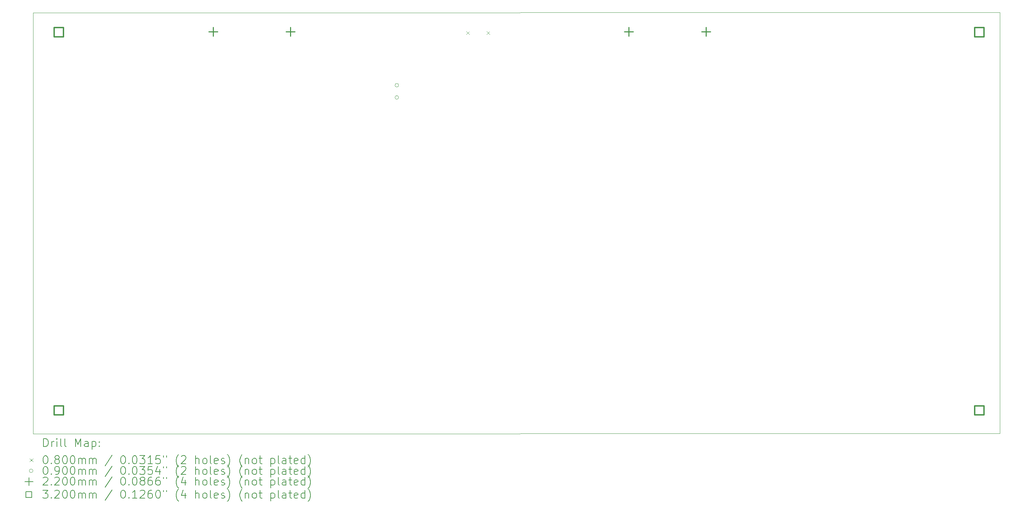
<source format=gbr>
%TF.GenerationSoftware,KiCad,Pcbnew,9.0.7*%
%TF.CreationDate,2026-01-18T23:42:21-08:00*%
%TF.ProjectId,STM32_HID_controller,53544d33-325f-4484-9944-5f636f6e7472,rev?*%
%TF.SameCoordinates,Original*%
%TF.FileFunction,Drillmap*%
%TF.FilePolarity,Positive*%
%FSLAX45Y45*%
G04 Gerber Fmt 4.5, Leading zero omitted, Abs format (unit mm)*
G04 Created by KiCad (PCBNEW 9.0.7) date 2026-01-18 23:42:21*
%MOMM*%
%LPD*%
G01*
G04 APERTURE LIST*
%ADD10C,0.050000*%
%ADD11C,0.200000*%
%ADD12C,0.100000*%
%ADD13C,0.220000*%
%ADD14C,0.320000*%
G04 APERTURE END LIST*
D10*
X4480000Y-12090000D02*
X4480000Y-1735000D01*
X28210000Y-12075000D02*
X4480000Y-12090000D01*
X4480000Y-1735000D02*
X28210000Y-1720000D01*
X28210000Y-1720000D02*
X28210000Y-12075000D01*
D11*
D12*
X15115500Y-2185500D02*
X15195500Y-2265500D01*
X15195500Y-2185500D02*
X15115500Y-2265500D01*
X15615500Y-2185500D02*
X15695500Y-2265500D01*
X15695500Y-2185500D02*
X15615500Y-2265500D01*
X13454500Y-3515000D02*
G75*
G02*
X13364500Y-3515000I-45000J0D01*
G01*
X13364500Y-3515000D02*
G75*
G02*
X13454500Y-3515000I45000J0D01*
G01*
X13454500Y-3815000D02*
G75*
G02*
X13364500Y-3815000I-45000J0D01*
G01*
X13364500Y-3815000D02*
G75*
G02*
X13454500Y-3815000I45000J0D01*
G01*
D13*
X8900000Y-2090000D02*
X8900000Y-2310000D01*
X8790000Y-2200000D02*
X9010000Y-2200000D01*
X10800000Y-2090000D02*
X10800000Y-2310000D01*
X10690000Y-2200000D02*
X10910000Y-2200000D01*
X19100000Y-2090000D02*
X19100000Y-2310000D01*
X18990000Y-2200000D02*
X19210000Y-2200000D01*
X21000000Y-2090000D02*
X21000000Y-2310000D01*
X20890000Y-2200000D02*
X21110000Y-2200000D01*
D14*
X5223138Y-2323138D02*
X5223138Y-2096862D01*
X4996862Y-2096862D01*
X4996862Y-2323138D01*
X5223138Y-2323138D01*
X5223138Y-11623138D02*
X5223138Y-11396862D01*
X4996862Y-11396862D01*
X4996862Y-11623138D01*
X5223138Y-11623138D01*
X27823138Y-2323138D02*
X27823138Y-2096862D01*
X27596862Y-2096862D01*
X27596862Y-2323138D01*
X27823138Y-2323138D01*
X27823138Y-11623138D02*
X27823138Y-11396862D01*
X27596862Y-11396862D01*
X27596862Y-11623138D01*
X27823138Y-11623138D01*
D11*
X4738277Y-12403984D02*
X4738277Y-12203984D01*
X4738277Y-12203984D02*
X4785896Y-12203984D01*
X4785896Y-12203984D02*
X4814467Y-12213508D01*
X4814467Y-12213508D02*
X4833515Y-12232555D01*
X4833515Y-12232555D02*
X4843039Y-12251603D01*
X4843039Y-12251603D02*
X4852563Y-12289698D01*
X4852563Y-12289698D02*
X4852563Y-12318269D01*
X4852563Y-12318269D02*
X4843039Y-12356365D01*
X4843039Y-12356365D02*
X4833515Y-12375412D01*
X4833515Y-12375412D02*
X4814467Y-12394460D01*
X4814467Y-12394460D02*
X4785896Y-12403984D01*
X4785896Y-12403984D02*
X4738277Y-12403984D01*
X4938277Y-12403984D02*
X4938277Y-12270650D01*
X4938277Y-12308746D02*
X4947801Y-12289698D01*
X4947801Y-12289698D02*
X4957324Y-12280174D01*
X4957324Y-12280174D02*
X4976372Y-12270650D01*
X4976372Y-12270650D02*
X4995420Y-12270650D01*
X5062086Y-12403984D02*
X5062086Y-12270650D01*
X5062086Y-12203984D02*
X5052563Y-12213508D01*
X5052563Y-12213508D02*
X5062086Y-12223031D01*
X5062086Y-12223031D02*
X5071610Y-12213508D01*
X5071610Y-12213508D02*
X5062086Y-12203984D01*
X5062086Y-12203984D02*
X5062086Y-12223031D01*
X5185896Y-12403984D02*
X5166848Y-12394460D01*
X5166848Y-12394460D02*
X5157324Y-12375412D01*
X5157324Y-12375412D02*
X5157324Y-12203984D01*
X5290658Y-12403984D02*
X5271610Y-12394460D01*
X5271610Y-12394460D02*
X5262086Y-12375412D01*
X5262086Y-12375412D02*
X5262086Y-12203984D01*
X5519229Y-12403984D02*
X5519229Y-12203984D01*
X5519229Y-12203984D02*
X5585896Y-12346841D01*
X5585896Y-12346841D02*
X5652562Y-12203984D01*
X5652562Y-12203984D02*
X5652562Y-12403984D01*
X5833515Y-12403984D02*
X5833515Y-12299222D01*
X5833515Y-12299222D02*
X5823991Y-12280174D01*
X5823991Y-12280174D02*
X5804943Y-12270650D01*
X5804943Y-12270650D02*
X5766848Y-12270650D01*
X5766848Y-12270650D02*
X5747801Y-12280174D01*
X5833515Y-12394460D02*
X5814467Y-12403984D01*
X5814467Y-12403984D02*
X5766848Y-12403984D01*
X5766848Y-12403984D02*
X5747801Y-12394460D01*
X5747801Y-12394460D02*
X5738277Y-12375412D01*
X5738277Y-12375412D02*
X5738277Y-12356365D01*
X5738277Y-12356365D02*
X5747801Y-12337317D01*
X5747801Y-12337317D02*
X5766848Y-12327793D01*
X5766848Y-12327793D02*
X5814467Y-12327793D01*
X5814467Y-12327793D02*
X5833515Y-12318269D01*
X5928753Y-12270650D02*
X5928753Y-12470650D01*
X5928753Y-12280174D02*
X5947801Y-12270650D01*
X5947801Y-12270650D02*
X5985896Y-12270650D01*
X5985896Y-12270650D02*
X6004943Y-12280174D01*
X6004943Y-12280174D02*
X6014467Y-12289698D01*
X6014467Y-12289698D02*
X6023991Y-12308746D01*
X6023991Y-12308746D02*
X6023991Y-12365888D01*
X6023991Y-12365888D02*
X6014467Y-12384936D01*
X6014467Y-12384936D02*
X6004943Y-12394460D01*
X6004943Y-12394460D02*
X5985896Y-12403984D01*
X5985896Y-12403984D02*
X5947801Y-12403984D01*
X5947801Y-12403984D02*
X5928753Y-12394460D01*
X6109705Y-12384936D02*
X6119229Y-12394460D01*
X6119229Y-12394460D02*
X6109705Y-12403984D01*
X6109705Y-12403984D02*
X6100182Y-12394460D01*
X6100182Y-12394460D02*
X6109705Y-12384936D01*
X6109705Y-12384936D02*
X6109705Y-12403984D01*
X6109705Y-12280174D02*
X6119229Y-12289698D01*
X6119229Y-12289698D02*
X6109705Y-12299222D01*
X6109705Y-12299222D02*
X6100182Y-12289698D01*
X6100182Y-12289698D02*
X6109705Y-12280174D01*
X6109705Y-12280174D02*
X6109705Y-12299222D01*
D12*
X4397500Y-12692500D02*
X4477500Y-12772500D01*
X4477500Y-12692500D02*
X4397500Y-12772500D01*
D11*
X4776372Y-12623984D02*
X4795420Y-12623984D01*
X4795420Y-12623984D02*
X4814467Y-12633508D01*
X4814467Y-12633508D02*
X4823991Y-12643031D01*
X4823991Y-12643031D02*
X4833515Y-12662079D01*
X4833515Y-12662079D02*
X4843039Y-12700174D01*
X4843039Y-12700174D02*
X4843039Y-12747793D01*
X4843039Y-12747793D02*
X4833515Y-12785888D01*
X4833515Y-12785888D02*
X4823991Y-12804936D01*
X4823991Y-12804936D02*
X4814467Y-12814460D01*
X4814467Y-12814460D02*
X4795420Y-12823984D01*
X4795420Y-12823984D02*
X4776372Y-12823984D01*
X4776372Y-12823984D02*
X4757324Y-12814460D01*
X4757324Y-12814460D02*
X4747801Y-12804936D01*
X4747801Y-12804936D02*
X4738277Y-12785888D01*
X4738277Y-12785888D02*
X4728753Y-12747793D01*
X4728753Y-12747793D02*
X4728753Y-12700174D01*
X4728753Y-12700174D02*
X4738277Y-12662079D01*
X4738277Y-12662079D02*
X4747801Y-12643031D01*
X4747801Y-12643031D02*
X4757324Y-12633508D01*
X4757324Y-12633508D02*
X4776372Y-12623984D01*
X4928753Y-12804936D02*
X4938277Y-12814460D01*
X4938277Y-12814460D02*
X4928753Y-12823984D01*
X4928753Y-12823984D02*
X4919229Y-12814460D01*
X4919229Y-12814460D02*
X4928753Y-12804936D01*
X4928753Y-12804936D02*
X4928753Y-12823984D01*
X5052563Y-12709698D02*
X5033515Y-12700174D01*
X5033515Y-12700174D02*
X5023991Y-12690650D01*
X5023991Y-12690650D02*
X5014467Y-12671603D01*
X5014467Y-12671603D02*
X5014467Y-12662079D01*
X5014467Y-12662079D02*
X5023991Y-12643031D01*
X5023991Y-12643031D02*
X5033515Y-12633508D01*
X5033515Y-12633508D02*
X5052563Y-12623984D01*
X5052563Y-12623984D02*
X5090658Y-12623984D01*
X5090658Y-12623984D02*
X5109705Y-12633508D01*
X5109705Y-12633508D02*
X5119229Y-12643031D01*
X5119229Y-12643031D02*
X5128753Y-12662079D01*
X5128753Y-12662079D02*
X5128753Y-12671603D01*
X5128753Y-12671603D02*
X5119229Y-12690650D01*
X5119229Y-12690650D02*
X5109705Y-12700174D01*
X5109705Y-12700174D02*
X5090658Y-12709698D01*
X5090658Y-12709698D02*
X5052563Y-12709698D01*
X5052563Y-12709698D02*
X5033515Y-12719222D01*
X5033515Y-12719222D02*
X5023991Y-12728746D01*
X5023991Y-12728746D02*
X5014467Y-12747793D01*
X5014467Y-12747793D02*
X5014467Y-12785888D01*
X5014467Y-12785888D02*
X5023991Y-12804936D01*
X5023991Y-12804936D02*
X5033515Y-12814460D01*
X5033515Y-12814460D02*
X5052563Y-12823984D01*
X5052563Y-12823984D02*
X5090658Y-12823984D01*
X5090658Y-12823984D02*
X5109705Y-12814460D01*
X5109705Y-12814460D02*
X5119229Y-12804936D01*
X5119229Y-12804936D02*
X5128753Y-12785888D01*
X5128753Y-12785888D02*
X5128753Y-12747793D01*
X5128753Y-12747793D02*
X5119229Y-12728746D01*
X5119229Y-12728746D02*
X5109705Y-12719222D01*
X5109705Y-12719222D02*
X5090658Y-12709698D01*
X5252563Y-12623984D02*
X5271610Y-12623984D01*
X5271610Y-12623984D02*
X5290658Y-12633508D01*
X5290658Y-12633508D02*
X5300182Y-12643031D01*
X5300182Y-12643031D02*
X5309705Y-12662079D01*
X5309705Y-12662079D02*
X5319229Y-12700174D01*
X5319229Y-12700174D02*
X5319229Y-12747793D01*
X5319229Y-12747793D02*
X5309705Y-12785888D01*
X5309705Y-12785888D02*
X5300182Y-12804936D01*
X5300182Y-12804936D02*
X5290658Y-12814460D01*
X5290658Y-12814460D02*
X5271610Y-12823984D01*
X5271610Y-12823984D02*
X5252563Y-12823984D01*
X5252563Y-12823984D02*
X5233515Y-12814460D01*
X5233515Y-12814460D02*
X5223991Y-12804936D01*
X5223991Y-12804936D02*
X5214467Y-12785888D01*
X5214467Y-12785888D02*
X5204944Y-12747793D01*
X5204944Y-12747793D02*
X5204944Y-12700174D01*
X5204944Y-12700174D02*
X5214467Y-12662079D01*
X5214467Y-12662079D02*
X5223991Y-12643031D01*
X5223991Y-12643031D02*
X5233515Y-12633508D01*
X5233515Y-12633508D02*
X5252563Y-12623984D01*
X5443039Y-12623984D02*
X5462086Y-12623984D01*
X5462086Y-12623984D02*
X5481134Y-12633508D01*
X5481134Y-12633508D02*
X5490658Y-12643031D01*
X5490658Y-12643031D02*
X5500182Y-12662079D01*
X5500182Y-12662079D02*
X5509705Y-12700174D01*
X5509705Y-12700174D02*
X5509705Y-12747793D01*
X5509705Y-12747793D02*
X5500182Y-12785888D01*
X5500182Y-12785888D02*
X5490658Y-12804936D01*
X5490658Y-12804936D02*
X5481134Y-12814460D01*
X5481134Y-12814460D02*
X5462086Y-12823984D01*
X5462086Y-12823984D02*
X5443039Y-12823984D01*
X5443039Y-12823984D02*
X5423991Y-12814460D01*
X5423991Y-12814460D02*
X5414467Y-12804936D01*
X5414467Y-12804936D02*
X5404944Y-12785888D01*
X5404944Y-12785888D02*
X5395420Y-12747793D01*
X5395420Y-12747793D02*
X5395420Y-12700174D01*
X5395420Y-12700174D02*
X5404944Y-12662079D01*
X5404944Y-12662079D02*
X5414467Y-12643031D01*
X5414467Y-12643031D02*
X5423991Y-12633508D01*
X5423991Y-12633508D02*
X5443039Y-12623984D01*
X5595420Y-12823984D02*
X5595420Y-12690650D01*
X5595420Y-12709698D02*
X5604943Y-12700174D01*
X5604943Y-12700174D02*
X5623991Y-12690650D01*
X5623991Y-12690650D02*
X5652563Y-12690650D01*
X5652563Y-12690650D02*
X5671610Y-12700174D01*
X5671610Y-12700174D02*
X5681134Y-12719222D01*
X5681134Y-12719222D02*
X5681134Y-12823984D01*
X5681134Y-12719222D02*
X5690658Y-12700174D01*
X5690658Y-12700174D02*
X5709705Y-12690650D01*
X5709705Y-12690650D02*
X5738277Y-12690650D01*
X5738277Y-12690650D02*
X5757324Y-12700174D01*
X5757324Y-12700174D02*
X5766848Y-12719222D01*
X5766848Y-12719222D02*
X5766848Y-12823984D01*
X5862086Y-12823984D02*
X5862086Y-12690650D01*
X5862086Y-12709698D02*
X5871610Y-12700174D01*
X5871610Y-12700174D02*
X5890658Y-12690650D01*
X5890658Y-12690650D02*
X5919229Y-12690650D01*
X5919229Y-12690650D02*
X5938277Y-12700174D01*
X5938277Y-12700174D02*
X5947801Y-12719222D01*
X5947801Y-12719222D02*
X5947801Y-12823984D01*
X5947801Y-12719222D02*
X5957324Y-12700174D01*
X5957324Y-12700174D02*
X5976372Y-12690650D01*
X5976372Y-12690650D02*
X6004943Y-12690650D01*
X6004943Y-12690650D02*
X6023991Y-12700174D01*
X6023991Y-12700174D02*
X6033515Y-12719222D01*
X6033515Y-12719222D02*
X6033515Y-12823984D01*
X6423991Y-12614460D02*
X6252563Y-12871603D01*
X6681134Y-12623984D02*
X6700182Y-12623984D01*
X6700182Y-12623984D02*
X6719229Y-12633508D01*
X6719229Y-12633508D02*
X6728753Y-12643031D01*
X6728753Y-12643031D02*
X6738277Y-12662079D01*
X6738277Y-12662079D02*
X6747801Y-12700174D01*
X6747801Y-12700174D02*
X6747801Y-12747793D01*
X6747801Y-12747793D02*
X6738277Y-12785888D01*
X6738277Y-12785888D02*
X6728753Y-12804936D01*
X6728753Y-12804936D02*
X6719229Y-12814460D01*
X6719229Y-12814460D02*
X6700182Y-12823984D01*
X6700182Y-12823984D02*
X6681134Y-12823984D01*
X6681134Y-12823984D02*
X6662086Y-12814460D01*
X6662086Y-12814460D02*
X6652563Y-12804936D01*
X6652563Y-12804936D02*
X6643039Y-12785888D01*
X6643039Y-12785888D02*
X6633515Y-12747793D01*
X6633515Y-12747793D02*
X6633515Y-12700174D01*
X6633515Y-12700174D02*
X6643039Y-12662079D01*
X6643039Y-12662079D02*
X6652563Y-12643031D01*
X6652563Y-12643031D02*
X6662086Y-12633508D01*
X6662086Y-12633508D02*
X6681134Y-12623984D01*
X6833515Y-12804936D02*
X6843039Y-12814460D01*
X6843039Y-12814460D02*
X6833515Y-12823984D01*
X6833515Y-12823984D02*
X6823991Y-12814460D01*
X6823991Y-12814460D02*
X6833515Y-12804936D01*
X6833515Y-12804936D02*
X6833515Y-12823984D01*
X6966848Y-12623984D02*
X6985896Y-12623984D01*
X6985896Y-12623984D02*
X7004944Y-12633508D01*
X7004944Y-12633508D02*
X7014467Y-12643031D01*
X7014467Y-12643031D02*
X7023991Y-12662079D01*
X7023991Y-12662079D02*
X7033515Y-12700174D01*
X7033515Y-12700174D02*
X7033515Y-12747793D01*
X7033515Y-12747793D02*
X7023991Y-12785888D01*
X7023991Y-12785888D02*
X7014467Y-12804936D01*
X7014467Y-12804936D02*
X7004944Y-12814460D01*
X7004944Y-12814460D02*
X6985896Y-12823984D01*
X6985896Y-12823984D02*
X6966848Y-12823984D01*
X6966848Y-12823984D02*
X6947801Y-12814460D01*
X6947801Y-12814460D02*
X6938277Y-12804936D01*
X6938277Y-12804936D02*
X6928753Y-12785888D01*
X6928753Y-12785888D02*
X6919229Y-12747793D01*
X6919229Y-12747793D02*
X6919229Y-12700174D01*
X6919229Y-12700174D02*
X6928753Y-12662079D01*
X6928753Y-12662079D02*
X6938277Y-12643031D01*
X6938277Y-12643031D02*
X6947801Y-12633508D01*
X6947801Y-12633508D02*
X6966848Y-12623984D01*
X7100182Y-12623984D02*
X7223991Y-12623984D01*
X7223991Y-12623984D02*
X7157325Y-12700174D01*
X7157325Y-12700174D02*
X7185896Y-12700174D01*
X7185896Y-12700174D02*
X7204944Y-12709698D01*
X7204944Y-12709698D02*
X7214467Y-12719222D01*
X7214467Y-12719222D02*
X7223991Y-12738269D01*
X7223991Y-12738269D02*
X7223991Y-12785888D01*
X7223991Y-12785888D02*
X7214467Y-12804936D01*
X7214467Y-12804936D02*
X7204944Y-12814460D01*
X7204944Y-12814460D02*
X7185896Y-12823984D01*
X7185896Y-12823984D02*
X7128753Y-12823984D01*
X7128753Y-12823984D02*
X7109706Y-12814460D01*
X7109706Y-12814460D02*
X7100182Y-12804936D01*
X7414467Y-12823984D02*
X7300182Y-12823984D01*
X7357325Y-12823984D02*
X7357325Y-12623984D01*
X7357325Y-12623984D02*
X7338277Y-12652555D01*
X7338277Y-12652555D02*
X7319229Y-12671603D01*
X7319229Y-12671603D02*
X7300182Y-12681127D01*
X7595420Y-12623984D02*
X7500182Y-12623984D01*
X7500182Y-12623984D02*
X7490658Y-12719222D01*
X7490658Y-12719222D02*
X7500182Y-12709698D01*
X7500182Y-12709698D02*
X7519229Y-12700174D01*
X7519229Y-12700174D02*
X7566848Y-12700174D01*
X7566848Y-12700174D02*
X7585896Y-12709698D01*
X7585896Y-12709698D02*
X7595420Y-12719222D01*
X7595420Y-12719222D02*
X7604944Y-12738269D01*
X7604944Y-12738269D02*
X7604944Y-12785888D01*
X7604944Y-12785888D02*
X7595420Y-12804936D01*
X7595420Y-12804936D02*
X7585896Y-12814460D01*
X7585896Y-12814460D02*
X7566848Y-12823984D01*
X7566848Y-12823984D02*
X7519229Y-12823984D01*
X7519229Y-12823984D02*
X7500182Y-12814460D01*
X7500182Y-12814460D02*
X7490658Y-12804936D01*
X7681134Y-12623984D02*
X7681134Y-12662079D01*
X7757325Y-12623984D02*
X7757325Y-12662079D01*
X8052563Y-12900174D02*
X8043039Y-12890650D01*
X8043039Y-12890650D02*
X8023991Y-12862079D01*
X8023991Y-12862079D02*
X8014468Y-12843031D01*
X8014468Y-12843031D02*
X8004944Y-12814460D01*
X8004944Y-12814460D02*
X7995420Y-12766841D01*
X7995420Y-12766841D02*
X7995420Y-12728746D01*
X7995420Y-12728746D02*
X8004944Y-12681127D01*
X8004944Y-12681127D02*
X8014468Y-12652555D01*
X8014468Y-12652555D02*
X8023991Y-12633508D01*
X8023991Y-12633508D02*
X8043039Y-12604936D01*
X8043039Y-12604936D02*
X8052563Y-12595412D01*
X8119229Y-12643031D02*
X8128753Y-12633508D01*
X8128753Y-12633508D02*
X8147801Y-12623984D01*
X8147801Y-12623984D02*
X8195420Y-12623984D01*
X8195420Y-12623984D02*
X8214468Y-12633508D01*
X8214468Y-12633508D02*
X8223991Y-12643031D01*
X8223991Y-12643031D02*
X8233515Y-12662079D01*
X8233515Y-12662079D02*
X8233515Y-12681127D01*
X8233515Y-12681127D02*
X8223991Y-12709698D01*
X8223991Y-12709698D02*
X8109706Y-12823984D01*
X8109706Y-12823984D02*
X8233515Y-12823984D01*
X8471611Y-12823984D02*
X8471611Y-12623984D01*
X8557325Y-12823984D02*
X8557325Y-12719222D01*
X8557325Y-12719222D02*
X8547801Y-12700174D01*
X8547801Y-12700174D02*
X8528753Y-12690650D01*
X8528753Y-12690650D02*
X8500182Y-12690650D01*
X8500182Y-12690650D02*
X8481134Y-12700174D01*
X8481134Y-12700174D02*
X8471611Y-12709698D01*
X8681134Y-12823984D02*
X8662087Y-12814460D01*
X8662087Y-12814460D02*
X8652563Y-12804936D01*
X8652563Y-12804936D02*
X8643039Y-12785888D01*
X8643039Y-12785888D02*
X8643039Y-12728746D01*
X8643039Y-12728746D02*
X8652563Y-12709698D01*
X8652563Y-12709698D02*
X8662087Y-12700174D01*
X8662087Y-12700174D02*
X8681134Y-12690650D01*
X8681134Y-12690650D02*
X8709706Y-12690650D01*
X8709706Y-12690650D02*
X8728753Y-12700174D01*
X8728753Y-12700174D02*
X8738277Y-12709698D01*
X8738277Y-12709698D02*
X8747801Y-12728746D01*
X8747801Y-12728746D02*
X8747801Y-12785888D01*
X8747801Y-12785888D02*
X8738277Y-12804936D01*
X8738277Y-12804936D02*
X8728753Y-12814460D01*
X8728753Y-12814460D02*
X8709706Y-12823984D01*
X8709706Y-12823984D02*
X8681134Y-12823984D01*
X8862087Y-12823984D02*
X8843039Y-12814460D01*
X8843039Y-12814460D02*
X8833515Y-12795412D01*
X8833515Y-12795412D02*
X8833515Y-12623984D01*
X9014468Y-12814460D02*
X8995420Y-12823984D01*
X8995420Y-12823984D02*
X8957325Y-12823984D01*
X8957325Y-12823984D02*
X8938277Y-12814460D01*
X8938277Y-12814460D02*
X8928753Y-12795412D01*
X8928753Y-12795412D02*
X8928753Y-12719222D01*
X8928753Y-12719222D02*
X8938277Y-12700174D01*
X8938277Y-12700174D02*
X8957325Y-12690650D01*
X8957325Y-12690650D02*
X8995420Y-12690650D01*
X8995420Y-12690650D02*
X9014468Y-12700174D01*
X9014468Y-12700174D02*
X9023992Y-12719222D01*
X9023992Y-12719222D02*
X9023992Y-12738269D01*
X9023992Y-12738269D02*
X8928753Y-12757317D01*
X9100182Y-12814460D02*
X9119230Y-12823984D01*
X9119230Y-12823984D02*
X9157325Y-12823984D01*
X9157325Y-12823984D02*
X9176373Y-12814460D01*
X9176373Y-12814460D02*
X9185896Y-12795412D01*
X9185896Y-12795412D02*
X9185896Y-12785888D01*
X9185896Y-12785888D02*
X9176373Y-12766841D01*
X9176373Y-12766841D02*
X9157325Y-12757317D01*
X9157325Y-12757317D02*
X9128753Y-12757317D01*
X9128753Y-12757317D02*
X9109706Y-12747793D01*
X9109706Y-12747793D02*
X9100182Y-12728746D01*
X9100182Y-12728746D02*
X9100182Y-12719222D01*
X9100182Y-12719222D02*
X9109706Y-12700174D01*
X9109706Y-12700174D02*
X9128753Y-12690650D01*
X9128753Y-12690650D02*
X9157325Y-12690650D01*
X9157325Y-12690650D02*
X9176373Y-12700174D01*
X9252563Y-12900174D02*
X9262087Y-12890650D01*
X9262087Y-12890650D02*
X9281134Y-12862079D01*
X9281134Y-12862079D02*
X9290658Y-12843031D01*
X9290658Y-12843031D02*
X9300182Y-12814460D01*
X9300182Y-12814460D02*
X9309706Y-12766841D01*
X9309706Y-12766841D02*
X9309706Y-12728746D01*
X9309706Y-12728746D02*
X9300182Y-12681127D01*
X9300182Y-12681127D02*
X9290658Y-12652555D01*
X9290658Y-12652555D02*
X9281134Y-12633508D01*
X9281134Y-12633508D02*
X9262087Y-12604936D01*
X9262087Y-12604936D02*
X9252563Y-12595412D01*
X9614468Y-12900174D02*
X9604944Y-12890650D01*
X9604944Y-12890650D02*
X9585896Y-12862079D01*
X9585896Y-12862079D02*
X9576373Y-12843031D01*
X9576373Y-12843031D02*
X9566849Y-12814460D01*
X9566849Y-12814460D02*
X9557325Y-12766841D01*
X9557325Y-12766841D02*
X9557325Y-12728746D01*
X9557325Y-12728746D02*
X9566849Y-12681127D01*
X9566849Y-12681127D02*
X9576373Y-12652555D01*
X9576373Y-12652555D02*
X9585896Y-12633508D01*
X9585896Y-12633508D02*
X9604944Y-12604936D01*
X9604944Y-12604936D02*
X9614468Y-12595412D01*
X9690658Y-12690650D02*
X9690658Y-12823984D01*
X9690658Y-12709698D02*
X9700182Y-12700174D01*
X9700182Y-12700174D02*
X9719230Y-12690650D01*
X9719230Y-12690650D02*
X9747801Y-12690650D01*
X9747801Y-12690650D02*
X9766849Y-12700174D01*
X9766849Y-12700174D02*
X9776373Y-12719222D01*
X9776373Y-12719222D02*
X9776373Y-12823984D01*
X9900182Y-12823984D02*
X9881134Y-12814460D01*
X9881134Y-12814460D02*
X9871611Y-12804936D01*
X9871611Y-12804936D02*
X9862087Y-12785888D01*
X9862087Y-12785888D02*
X9862087Y-12728746D01*
X9862087Y-12728746D02*
X9871611Y-12709698D01*
X9871611Y-12709698D02*
X9881134Y-12700174D01*
X9881134Y-12700174D02*
X9900182Y-12690650D01*
X9900182Y-12690650D02*
X9928754Y-12690650D01*
X9928754Y-12690650D02*
X9947801Y-12700174D01*
X9947801Y-12700174D02*
X9957325Y-12709698D01*
X9957325Y-12709698D02*
X9966849Y-12728746D01*
X9966849Y-12728746D02*
X9966849Y-12785888D01*
X9966849Y-12785888D02*
X9957325Y-12804936D01*
X9957325Y-12804936D02*
X9947801Y-12814460D01*
X9947801Y-12814460D02*
X9928754Y-12823984D01*
X9928754Y-12823984D02*
X9900182Y-12823984D01*
X10023992Y-12690650D02*
X10100182Y-12690650D01*
X10052563Y-12623984D02*
X10052563Y-12795412D01*
X10052563Y-12795412D02*
X10062087Y-12814460D01*
X10062087Y-12814460D02*
X10081134Y-12823984D01*
X10081134Y-12823984D02*
X10100182Y-12823984D01*
X10319230Y-12690650D02*
X10319230Y-12890650D01*
X10319230Y-12700174D02*
X10338277Y-12690650D01*
X10338277Y-12690650D02*
X10376373Y-12690650D01*
X10376373Y-12690650D02*
X10395420Y-12700174D01*
X10395420Y-12700174D02*
X10404944Y-12709698D01*
X10404944Y-12709698D02*
X10414468Y-12728746D01*
X10414468Y-12728746D02*
X10414468Y-12785888D01*
X10414468Y-12785888D02*
X10404944Y-12804936D01*
X10404944Y-12804936D02*
X10395420Y-12814460D01*
X10395420Y-12814460D02*
X10376373Y-12823984D01*
X10376373Y-12823984D02*
X10338277Y-12823984D01*
X10338277Y-12823984D02*
X10319230Y-12814460D01*
X10528754Y-12823984D02*
X10509706Y-12814460D01*
X10509706Y-12814460D02*
X10500182Y-12795412D01*
X10500182Y-12795412D02*
X10500182Y-12623984D01*
X10690658Y-12823984D02*
X10690658Y-12719222D01*
X10690658Y-12719222D02*
X10681135Y-12700174D01*
X10681135Y-12700174D02*
X10662087Y-12690650D01*
X10662087Y-12690650D02*
X10623992Y-12690650D01*
X10623992Y-12690650D02*
X10604944Y-12700174D01*
X10690658Y-12814460D02*
X10671611Y-12823984D01*
X10671611Y-12823984D02*
X10623992Y-12823984D01*
X10623992Y-12823984D02*
X10604944Y-12814460D01*
X10604944Y-12814460D02*
X10595420Y-12795412D01*
X10595420Y-12795412D02*
X10595420Y-12776365D01*
X10595420Y-12776365D02*
X10604944Y-12757317D01*
X10604944Y-12757317D02*
X10623992Y-12747793D01*
X10623992Y-12747793D02*
X10671611Y-12747793D01*
X10671611Y-12747793D02*
X10690658Y-12738269D01*
X10757325Y-12690650D02*
X10833515Y-12690650D01*
X10785896Y-12623984D02*
X10785896Y-12795412D01*
X10785896Y-12795412D02*
X10795420Y-12814460D01*
X10795420Y-12814460D02*
X10814468Y-12823984D01*
X10814468Y-12823984D02*
X10833515Y-12823984D01*
X10976373Y-12814460D02*
X10957325Y-12823984D01*
X10957325Y-12823984D02*
X10919230Y-12823984D01*
X10919230Y-12823984D02*
X10900182Y-12814460D01*
X10900182Y-12814460D02*
X10890658Y-12795412D01*
X10890658Y-12795412D02*
X10890658Y-12719222D01*
X10890658Y-12719222D02*
X10900182Y-12700174D01*
X10900182Y-12700174D02*
X10919230Y-12690650D01*
X10919230Y-12690650D02*
X10957325Y-12690650D01*
X10957325Y-12690650D02*
X10976373Y-12700174D01*
X10976373Y-12700174D02*
X10985896Y-12719222D01*
X10985896Y-12719222D02*
X10985896Y-12738269D01*
X10985896Y-12738269D02*
X10890658Y-12757317D01*
X11157325Y-12823984D02*
X11157325Y-12623984D01*
X11157325Y-12814460D02*
X11138277Y-12823984D01*
X11138277Y-12823984D02*
X11100182Y-12823984D01*
X11100182Y-12823984D02*
X11081135Y-12814460D01*
X11081135Y-12814460D02*
X11071611Y-12804936D01*
X11071611Y-12804936D02*
X11062087Y-12785888D01*
X11062087Y-12785888D02*
X11062087Y-12728746D01*
X11062087Y-12728746D02*
X11071611Y-12709698D01*
X11071611Y-12709698D02*
X11081135Y-12700174D01*
X11081135Y-12700174D02*
X11100182Y-12690650D01*
X11100182Y-12690650D02*
X11138277Y-12690650D01*
X11138277Y-12690650D02*
X11157325Y-12700174D01*
X11233515Y-12900174D02*
X11243039Y-12890650D01*
X11243039Y-12890650D02*
X11262087Y-12862079D01*
X11262087Y-12862079D02*
X11271611Y-12843031D01*
X11271611Y-12843031D02*
X11281134Y-12814460D01*
X11281134Y-12814460D02*
X11290658Y-12766841D01*
X11290658Y-12766841D02*
X11290658Y-12728746D01*
X11290658Y-12728746D02*
X11281134Y-12681127D01*
X11281134Y-12681127D02*
X11271611Y-12652555D01*
X11271611Y-12652555D02*
X11262087Y-12633508D01*
X11262087Y-12633508D02*
X11243039Y-12604936D01*
X11243039Y-12604936D02*
X11233515Y-12595412D01*
D12*
X4477500Y-12996500D02*
G75*
G02*
X4387500Y-12996500I-45000J0D01*
G01*
X4387500Y-12996500D02*
G75*
G02*
X4477500Y-12996500I45000J0D01*
G01*
D11*
X4776372Y-12887984D02*
X4795420Y-12887984D01*
X4795420Y-12887984D02*
X4814467Y-12897508D01*
X4814467Y-12897508D02*
X4823991Y-12907031D01*
X4823991Y-12907031D02*
X4833515Y-12926079D01*
X4833515Y-12926079D02*
X4843039Y-12964174D01*
X4843039Y-12964174D02*
X4843039Y-13011793D01*
X4843039Y-13011793D02*
X4833515Y-13049888D01*
X4833515Y-13049888D02*
X4823991Y-13068936D01*
X4823991Y-13068936D02*
X4814467Y-13078460D01*
X4814467Y-13078460D02*
X4795420Y-13087984D01*
X4795420Y-13087984D02*
X4776372Y-13087984D01*
X4776372Y-13087984D02*
X4757324Y-13078460D01*
X4757324Y-13078460D02*
X4747801Y-13068936D01*
X4747801Y-13068936D02*
X4738277Y-13049888D01*
X4738277Y-13049888D02*
X4728753Y-13011793D01*
X4728753Y-13011793D02*
X4728753Y-12964174D01*
X4728753Y-12964174D02*
X4738277Y-12926079D01*
X4738277Y-12926079D02*
X4747801Y-12907031D01*
X4747801Y-12907031D02*
X4757324Y-12897508D01*
X4757324Y-12897508D02*
X4776372Y-12887984D01*
X4928753Y-13068936D02*
X4938277Y-13078460D01*
X4938277Y-13078460D02*
X4928753Y-13087984D01*
X4928753Y-13087984D02*
X4919229Y-13078460D01*
X4919229Y-13078460D02*
X4928753Y-13068936D01*
X4928753Y-13068936D02*
X4928753Y-13087984D01*
X5033515Y-13087984D02*
X5071610Y-13087984D01*
X5071610Y-13087984D02*
X5090658Y-13078460D01*
X5090658Y-13078460D02*
X5100182Y-13068936D01*
X5100182Y-13068936D02*
X5119229Y-13040365D01*
X5119229Y-13040365D02*
X5128753Y-13002269D01*
X5128753Y-13002269D02*
X5128753Y-12926079D01*
X5128753Y-12926079D02*
X5119229Y-12907031D01*
X5119229Y-12907031D02*
X5109705Y-12897508D01*
X5109705Y-12897508D02*
X5090658Y-12887984D01*
X5090658Y-12887984D02*
X5052563Y-12887984D01*
X5052563Y-12887984D02*
X5033515Y-12897508D01*
X5033515Y-12897508D02*
X5023991Y-12907031D01*
X5023991Y-12907031D02*
X5014467Y-12926079D01*
X5014467Y-12926079D02*
X5014467Y-12973698D01*
X5014467Y-12973698D02*
X5023991Y-12992746D01*
X5023991Y-12992746D02*
X5033515Y-13002269D01*
X5033515Y-13002269D02*
X5052563Y-13011793D01*
X5052563Y-13011793D02*
X5090658Y-13011793D01*
X5090658Y-13011793D02*
X5109705Y-13002269D01*
X5109705Y-13002269D02*
X5119229Y-12992746D01*
X5119229Y-12992746D02*
X5128753Y-12973698D01*
X5252563Y-12887984D02*
X5271610Y-12887984D01*
X5271610Y-12887984D02*
X5290658Y-12897508D01*
X5290658Y-12897508D02*
X5300182Y-12907031D01*
X5300182Y-12907031D02*
X5309705Y-12926079D01*
X5309705Y-12926079D02*
X5319229Y-12964174D01*
X5319229Y-12964174D02*
X5319229Y-13011793D01*
X5319229Y-13011793D02*
X5309705Y-13049888D01*
X5309705Y-13049888D02*
X5300182Y-13068936D01*
X5300182Y-13068936D02*
X5290658Y-13078460D01*
X5290658Y-13078460D02*
X5271610Y-13087984D01*
X5271610Y-13087984D02*
X5252563Y-13087984D01*
X5252563Y-13087984D02*
X5233515Y-13078460D01*
X5233515Y-13078460D02*
X5223991Y-13068936D01*
X5223991Y-13068936D02*
X5214467Y-13049888D01*
X5214467Y-13049888D02*
X5204944Y-13011793D01*
X5204944Y-13011793D02*
X5204944Y-12964174D01*
X5204944Y-12964174D02*
X5214467Y-12926079D01*
X5214467Y-12926079D02*
X5223991Y-12907031D01*
X5223991Y-12907031D02*
X5233515Y-12897508D01*
X5233515Y-12897508D02*
X5252563Y-12887984D01*
X5443039Y-12887984D02*
X5462086Y-12887984D01*
X5462086Y-12887984D02*
X5481134Y-12897508D01*
X5481134Y-12897508D02*
X5490658Y-12907031D01*
X5490658Y-12907031D02*
X5500182Y-12926079D01*
X5500182Y-12926079D02*
X5509705Y-12964174D01*
X5509705Y-12964174D02*
X5509705Y-13011793D01*
X5509705Y-13011793D02*
X5500182Y-13049888D01*
X5500182Y-13049888D02*
X5490658Y-13068936D01*
X5490658Y-13068936D02*
X5481134Y-13078460D01*
X5481134Y-13078460D02*
X5462086Y-13087984D01*
X5462086Y-13087984D02*
X5443039Y-13087984D01*
X5443039Y-13087984D02*
X5423991Y-13078460D01*
X5423991Y-13078460D02*
X5414467Y-13068936D01*
X5414467Y-13068936D02*
X5404944Y-13049888D01*
X5404944Y-13049888D02*
X5395420Y-13011793D01*
X5395420Y-13011793D02*
X5395420Y-12964174D01*
X5395420Y-12964174D02*
X5404944Y-12926079D01*
X5404944Y-12926079D02*
X5414467Y-12907031D01*
X5414467Y-12907031D02*
X5423991Y-12897508D01*
X5423991Y-12897508D02*
X5443039Y-12887984D01*
X5595420Y-13087984D02*
X5595420Y-12954650D01*
X5595420Y-12973698D02*
X5604943Y-12964174D01*
X5604943Y-12964174D02*
X5623991Y-12954650D01*
X5623991Y-12954650D02*
X5652563Y-12954650D01*
X5652563Y-12954650D02*
X5671610Y-12964174D01*
X5671610Y-12964174D02*
X5681134Y-12983222D01*
X5681134Y-12983222D02*
X5681134Y-13087984D01*
X5681134Y-12983222D02*
X5690658Y-12964174D01*
X5690658Y-12964174D02*
X5709705Y-12954650D01*
X5709705Y-12954650D02*
X5738277Y-12954650D01*
X5738277Y-12954650D02*
X5757324Y-12964174D01*
X5757324Y-12964174D02*
X5766848Y-12983222D01*
X5766848Y-12983222D02*
X5766848Y-13087984D01*
X5862086Y-13087984D02*
X5862086Y-12954650D01*
X5862086Y-12973698D02*
X5871610Y-12964174D01*
X5871610Y-12964174D02*
X5890658Y-12954650D01*
X5890658Y-12954650D02*
X5919229Y-12954650D01*
X5919229Y-12954650D02*
X5938277Y-12964174D01*
X5938277Y-12964174D02*
X5947801Y-12983222D01*
X5947801Y-12983222D02*
X5947801Y-13087984D01*
X5947801Y-12983222D02*
X5957324Y-12964174D01*
X5957324Y-12964174D02*
X5976372Y-12954650D01*
X5976372Y-12954650D02*
X6004943Y-12954650D01*
X6004943Y-12954650D02*
X6023991Y-12964174D01*
X6023991Y-12964174D02*
X6033515Y-12983222D01*
X6033515Y-12983222D02*
X6033515Y-13087984D01*
X6423991Y-12878460D02*
X6252563Y-13135603D01*
X6681134Y-12887984D02*
X6700182Y-12887984D01*
X6700182Y-12887984D02*
X6719229Y-12897508D01*
X6719229Y-12897508D02*
X6728753Y-12907031D01*
X6728753Y-12907031D02*
X6738277Y-12926079D01*
X6738277Y-12926079D02*
X6747801Y-12964174D01*
X6747801Y-12964174D02*
X6747801Y-13011793D01*
X6747801Y-13011793D02*
X6738277Y-13049888D01*
X6738277Y-13049888D02*
X6728753Y-13068936D01*
X6728753Y-13068936D02*
X6719229Y-13078460D01*
X6719229Y-13078460D02*
X6700182Y-13087984D01*
X6700182Y-13087984D02*
X6681134Y-13087984D01*
X6681134Y-13087984D02*
X6662086Y-13078460D01*
X6662086Y-13078460D02*
X6652563Y-13068936D01*
X6652563Y-13068936D02*
X6643039Y-13049888D01*
X6643039Y-13049888D02*
X6633515Y-13011793D01*
X6633515Y-13011793D02*
X6633515Y-12964174D01*
X6633515Y-12964174D02*
X6643039Y-12926079D01*
X6643039Y-12926079D02*
X6652563Y-12907031D01*
X6652563Y-12907031D02*
X6662086Y-12897508D01*
X6662086Y-12897508D02*
X6681134Y-12887984D01*
X6833515Y-13068936D02*
X6843039Y-13078460D01*
X6843039Y-13078460D02*
X6833515Y-13087984D01*
X6833515Y-13087984D02*
X6823991Y-13078460D01*
X6823991Y-13078460D02*
X6833515Y-13068936D01*
X6833515Y-13068936D02*
X6833515Y-13087984D01*
X6966848Y-12887984D02*
X6985896Y-12887984D01*
X6985896Y-12887984D02*
X7004944Y-12897508D01*
X7004944Y-12897508D02*
X7014467Y-12907031D01*
X7014467Y-12907031D02*
X7023991Y-12926079D01*
X7023991Y-12926079D02*
X7033515Y-12964174D01*
X7033515Y-12964174D02*
X7033515Y-13011793D01*
X7033515Y-13011793D02*
X7023991Y-13049888D01*
X7023991Y-13049888D02*
X7014467Y-13068936D01*
X7014467Y-13068936D02*
X7004944Y-13078460D01*
X7004944Y-13078460D02*
X6985896Y-13087984D01*
X6985896Y-13087984D02*
X6966848Y-13087984D01*
X6966848Y-13087984D02*
X6947801Y-13078460D01*
X6947801Y-13078460D02*
X6938277Y-13068936D01*
X6938277Y-13068936D02*
X6928753Y-13049888D01*
X6928753Y-13049888D02*
X6919229Y-13011793D01*
X6919229Y-13011793D02*
X6919229Y-12964174D01*
X6919229Y-12964174D02*
X6928753Y-12926079D01*
X6928753Y-12926079D02*
X6938277Y-12907031D01*
X6938277Y-12907031D02*
X6947801Y-12897508D01*
X6947801Y-12897508D02*
X6966848Y-12887984D01*
X7100182Y-12887984D02*
X7223991Y-12887984D01*
X7223991Y-12887984D02*
X7157325Y-12964174D01*
X7157325Y-12964174D02*
X7185896Y-12964174D01*
X7185896Y-12964174D02*
X7204944Y-12973698D01*
X7204944Y-12973698D02*
X7214467Y-12983222D01*
X7214467Y-12983222D02*
X7223991Y-13002269D01*
X7223991Y-13002269D02*
X7223991Y-13049888D01*
X7223991Y-13049888D02*
X7214467Y-13068936D01*
X7214467Y-13068936D02*
X7204944Y-13078460D01*
X7204944Y-13078460D02*
X7185896Y-13087984D01*
X7185896Y-13087984D02*
X7128753Y-13087984D01*
X7128753Y-13087984D02*
X7109706Y-13078460D01*
X7109706Y-13078460D02*
X7100182Y-13068936D01*
X7404944Y-12887984D02*
X7309706Y-12887984D01*
X7309706Y-12887984D02*
X7300182Y-12983222D01*
X7300182Y-12983222D02*
X7309706Y-12973698D01*
X7309706Y-12973698D02*
X7328753Y-12964174D01*
X7328753Y-12964174D02*
X7376372Y-12964174D01*
X7376372Y-12964174D02*
X7395420Y-12973698D01*
X7395420Y-12973698D02*
X7404944Y-12983222D01*
X7404944Y-12983222D02*
X7414467Y-13002269D01*
X7414467Y-13002269D02*
X7414467Y-13049888D01*
X7414467Y-13049888D02*
X7404944Y-13068936D01*
X7404944Y-13068936D02*
X7395420Y-13078460D01*
X7395420Y-13078460D02*
X7376372Y-13087984D01*
X7376372Y-13087984D02*
X7328753Y-13087984D01*
X7328753Y-13087984D02*
X7309706Y-13078460D01*
X7309706Y-13078460D02*
X7300182Y-13068936D01*
X7585896Y-12954650D02*
X7585896Y-13087984D01*
X7538277Y-12878460D02*
X7490658Y-13021317D01*
X7490658Y-13021317D02*
X7614467Y-13021317D01*
X7681134Y-12887984D02*
X7681134Y-12926079D01*
X7757325Y-12887984D02*
X7757325Y-12926079D01*
X8052563Y-13164174D02*
X8043039Y-13154650D01*
X8043039Y-13154650D02*
X8023991Y-13126079D01*
X8023991Y-13126079D02*
X8014468Y-13107031D01*
X8014468Y-13107031D02*
X8004944Y-13078460D01*
X8004944Y-13078460D02*
X7995420Y-13030841D01*
X7995420Y-13030841D02*
X7995420Y-12992746D01*
X7995420Y-12992746D02*
X8004944Y-12945127D01*
X8004944Y-12945127D02*
X8014468Y-12916555D01*
X8014468Y-12916555D02*
X8023991Y-12897508D01*
X8023991Y-12897508D02*
X8043039Y-12868936D01*
X8043039Y-12868936D02*
X8052563Y-12859412D01*
X8119229Y-12907031D02*
X8128753Y-12897508D01*
X8128753Y-12897508D02*
X8147801Y-12887984D01*
X8147801Y-12887984D02*
X8195420Y-12887984D01*
X8195420Y-12887984D02*
X8214468Y-12897508D01*
X8214468Y-12897508D02*
X8223991Y-12907031D01*
X8223991Y-12907031D02*
X8233515Y-12926079D01*
X8233515Y-12926079D02*
X8233515Y-12945127D01*
X8233515Y-12945127D02*
X8223991Y-12973698D01*
X8223991Y-12973698D02*
X8109706Y-13087984D01*
X8109706Y-13087984D02*
X8233515Y-13087984D01*
X8471611Y-13087984D02*
X8471611Y-12887984D01*
X8557325Y-13087984D02*
X8557325Y-12983222D01*
X8557325Y-12983222D02*
X8547801Y-12964174D01*
X8547801Y-12964174D02*
X8528753Y-12954650D01*
X8528753Y-12954650D02*
X8500182Y-12954650D01*
X8500182Y-12954650D02*
X8481134Y-12964174D01*
X8481134Y-12964174D02*
X8471611Y-12973698D01*
X8681134Y-13087984D02*
X8662087Y-13078460D01*
X8662087Y-13078460D02*
X8652563Y-13068936D01*
X8652563Y-13068936D02*
X8643039Y-13049888D01*
X8643039Y-13049888D02*
X8643039Y-12992746D01*
X8643039Y-12992746D02*
X8652563Y-12973698D01*
X8652563Y-12973698D02*
X8662087Y-12964174D01*
X8662087Y-12964174D02*
X8681134Y-12954650D01*
X8681134Y-12954650D02*
X8709706Y-12954650D01*
X8709706Y-12954650D02*
X8728753Y-12964174D01*
X8728753Y-12964174D02*
X8738277Y-12973698D01*
X8738277Y-12973698D02*
X8747801Y-12992746D01*
X8747801Y-12992746D02*
X8747801Y-13049888D01*
X8747801Y-13049888D02*
X8738277Y-13068936D01*
X8738277Y-13068936D02*
X8728753Y-13078460D01*
X8728753Y-13078460D02*
X8709706Y-13087984D01*
X8709706Y-13087984D02*
X8681134Y-13087984D01*
X8862087Y-13087984D02*
X8843039Y-13078460D01*
X8843039Y-13078460D02*
X8833515Y-13059412D01*
X8833515Y-13059412D02*
X8833515Y-12887984D01*
X9014468Y-13078460D02*
X8995420Y-13087984D01*
X8995420Y-13087984D02*
X8957325Y-13087984D01*
X8957325Y-13087984D02*
X8938277Y-13078460D01*
X8938277Y-13078460D02*
X8928753Y-13059412D01*
X8928753Y-13059412D02*
X8928753Y-12983222D01*
X8928753Y-12983222D02*
X8938277Y-12964174D01*
X8938277Y-12964174D02*
X8957325Y-12954650D01*
X8957325Y-12954650D02*
X8995420Y-12954650D01*
X8995420Y-12954650D02*
X9014468Y-12964174D01*
X9014468Y-12964174D02*
X9023992Y-12983222D01*
X9023992Y-12983222D02*
X9023992Y-13002269D01*
X9023992Y-13002269D02*
X8928753Y-13021317D01*
X9100182Y-13078460D02*
X9119230Y-13087984D01*
X9119230Y-13087984D02*
X9157325Y-13087984D01*
X9157325Y-13087984D02*
X9176373Y-13078460D01*
X9176373Y-13078460D02*
X9185896Y-13059412D01*
X9185896Y-13059412D02*
X9185896Y-13049888D01*
X9185896Y-13049888D02*
X9176373Y-13030841D01*
X9176373Y-13030841D02*
X9157325Y-13021317D01*
X9157325Y-13021317D02*
X9128753Y-13021317D01*
X9128753Y-13021317D02*
X9109706Y-13011793D01*
X9109706Y-13011793D02*
X9100182Y-12992746D01*
X9100182Y-12992746D02*
X9100182Y-12983222D01*
X9100182Y-12983222D02*
X9109706Y-12964174D01*
X9109706Y-12964174D02*
X9128753Y-12954650D01*
X9128753Y-12954650D02*
X9157325Y-12954650D01*
X9157325Y-12954650D02*
X9176373Y-12964174D01*
X9252563Y-13164174D02*
X9262087Y-13154650D01*
X9262087Y-13154650D02*
X9281134Y-13126079D01*
X9281134Y-13126079D02*
X9290658Y-13107031D01*
X9290658Y-13107031D02*
X9300182Y-13078460D01*
X9300182Y-13078460D02*
X9309706Y-13030841D01*
X9309706Y-13030841D02*
X9309706Y-12992746D01*
X9309706Y-12992746D02*
X9300182Y-12945127D01*
X9300182Y-12945127D02*
X9290658Y-12916555D01*
X9290658Y-12916555D02*
X9281134Y-12897508D01*
X9281134Y-12897508D02*
X9262087Y-12868936D01*
X9262087Y-12868936D02*
X9252563Y-12859412D01*
X9614468Y-13164174D02*
X9604944Y-13154650D01*
X9604944Y-13154650D02*
X9585896Y-13126079D01*
X9585896Y-13126079D02*
X9576373Y-13107031D01*
X9576373Y-13107031D02*
X9566849Y-13078460D01*
X9566849Y-13078460D02*
X9557325Y-13030841D01*
X9557325Y-13030841D02*
X9557325Y-12992746D01*
X9557325Y-12992746D02*
X9566849Y-12945127D01*
X9566849Y-12945127D02*
X9576373Y-12916555D01*
X9576373Y-12916555D02*
X9585896Y-12897508D01*
X9585896Y-12897508D02*
X9604944Y-12868936D01*
X9604944Y-12868936D02*
X9614468Y-12859412D01*
X9690658Y-12954650D02*
X9690658Y-13087984D01*
X9690658Y-12973698D02*
X9700182Y-12964174D01*
X9700182Y-12964174D02*
X9719230Y-12954650D01*
X9719230Y-12954650D02*
X9747801Y-12954650D01*
X9747801Y-12954650D02*
X9766849Y-12964174D01*
X9766849Y-12964174D02*
X9776373Y-12983222D01*
X9776373Y-12983222D02*
X9776373Y-13087984D01*
X9900182Y-13087984D02*
X9881134Y-13078460D01*
X9881134Y-13078460D02*
X9871611Y-13068936D01*
X9871611Y-13068936D02*
X9862087Y-13049888D01*
X9862087Y-13049888D02*
X9862087Y-12992746D01*
X9862087Y-12992746D02*
X9871611Y-12973698D01*
X9871611Y-12973698D02*
X9881134Y-12964174D01*
X9881134Y-12964174D02*
X9900182Y-12954650D01*
X9900182Y-12954650D02*
X9928754Y-12954650D01*
X9928754Y-12954650D02*
X9947801Y-12964174D01*
X9947801Y-12964174D02*
X9957325Y-12973698D01*
X9957325Y-12973698D02*
X9966849Y-12992746D01*
X9966849Y-12992746D02*
X9966849Y-13049888D01*
X9966849Y-13049888D02*
X9957325Y-13068936D01*
X9957325Y-13068936D02*
X9947801Y-13078460D01*
X9947801Y-13078460D02*
X9928754Y-13087984D01*
X9928754Y-13087984D02*
X9900182Y-13087984D01*
X10023992Y-12954650D02*
X10100182Y-12954650D01*
X10052563Y-12887984D02*
X10052563Y-13059412D01*
X10052563Y-13059412D02*
X10062087Y-13078460D01*
X10062087Y-13078460D02*
X10081134Y-13087984D01*
X10081134Y-13087984D02*
X10100182Y-13087984D01*
X10319230Y-12954650D02*
X10319230Y-13154650D01*
X10319230Y-12964174D02*
X10338277Y-12954650D01*
X10338277Y-12954650D02*
X10376373Y-12954650D01*
X10376373Y-12954650D02*
X10395420Y-12964174D01*
X10395420Y-12964174D02*
X10404944Y-12973698D01*
X10404944Y-12973698D02*
X10414468Y-12992746D01*
X10414468Y-12992746D02*
X10414468Y-13049888D01*
X10414468Y-13049888D02*
X10404944Y-13068936D01*
X10404944Y-13068936D02*
X10395420Y-13078460D01*
X10395420Y-13078460D02*
X10376373Y-13087984D01*
X10376373Y-13087984D02*
X10338277Y-13087984D01*
X10338277Y-13087984D02*
X10319230Y-13078460D01*
X10528754Y-13087984D02*
X10509706Y-13078460D01*
X10509706Y-13078460D02*
X10500182Y-13059412D01*
X10500182Y-13059412D02*
X10500182Y-12887984D01*
X10690658Y-13087984D02*
X10690658Y-12983222D01*
X10690658Y-12983222D02*
X10681135Y-12964174D01*
X10681135Y-12964174D02*
X10662087Y-12954650D01*
X10662087Y-12954650D02*
X10623992Y-12954650D01*
X10623992Y-12954650D02*
X10604944Y-12964174D01*
X10690658Y-13078460D02*
X10671611Y-13087984D01*
X10671611Y-13087984D02*
X10623992Y-13087984D01*
X10623992Y-13087984D02*
X10604944Y-13078460D01*
X10604944Y-13078460D02*
X10595420Y-13059412D01*
X10595420Y-13059412D02*
X10595420Y-13040365D01*
X10595420Y-13040365D02*
X10604944Y-13021317D01*
X10604944Y-13021317D02*
X10623992Y-13011793D01*
X10623992Y-13011793D02*
X10671611Y-13011793D01*
X10671611Y-13011793D02*
X10690658Y-13002269D01*
X10757325Y-12954650D02*
X10833515Y-12954650D01*
X10785896Y-12887984D02*
X10785896Y-13059412D01*
X10785896Y-13059412D02*
X10795420Y-13078460D01*
X10795420Y-13078460D02*
X10814468Y-13087984D01*
X10814468Y-13087984D02*
X10833515Y-13087984D01*
X10976373Y-13078460D02*
X10957325Y-13087984D01*
X10957325Y-13087984D02*
X10919230Y-13087984D01*
X10919230Y-13087984D02*
X10900182Y-13078460D01*
X10900182Y-13078460D02*
X10890658Y-13059412D01*
X10890658Y-13059412D02*
X10890658Y-12983222D01*
X10890658Y-12983222D02*
X10900182Y-12964174D01*
X10900182Y-12964174D02*
X10919230Y-12954650D01*
X10919230Y-12954650D02*
X10957325Y-12954650D01*
X10957325Y-12954650D02*
X10976373Y-12964174D01*
X10976373Y-12964174D02*
X10985896Y-12983222D01*
X10985896Y-12983222D02*
X10985896Y-13002269D01*
X10985896Y-13002269D02*
X10890658Y-13021317D01*
X11157325Y-13087984D02*
X11157325Y-12887984D01*
X11157325Y-13078460D02*
X11138277Y-13087984D01*
X11138277Y-13087984D02*
X11100182Y-13087984D01*
X11100182Y-13087984D02*
X11081135Y-13078460D01*
X11081135Y-13078460D02*
X11071611Y-13068936D01*
X11071611Y-13068936D02*
X11062087Y-13049888D01*
X11062087Y-13049888D02*
X11062087Y-12992746D01*
X11062087Y-12992746D02*
X11071611Y-12973698D01*
X11071611Y-12973698D02*
X11081135Y-12964174D01*
X11081135Y-12964174D02*
X11100182Y-12954650D01*
X11100182Y-12954650D02*
X11138277Y-12954650D01*
X11138277Y-12954650D02*
X11157325Y-12964174D01*
X11233515Y-13164174D02*
X11243039Y-13154650D01*
X11243039Y-13154650D02*
X11262087Y-13126079D01*
X11262087Y-13126079D02*
X11271611Y-13107031D01*
X11271611Y-13107031D02*
X11281134Y-13078460D01*
X11281134Y-13078460D02*
X11290658Y-13030841D01*
X11290658Y-13030841D02*
X11290658Y-12992746D01*
X11290658Y-12992746D02*
X11281134Y-12945127D01*
X11281134Y-12945127D02*
X11271611Y-12916555D01*
X11271611Y-12916555D02*
X11262087Y-12897508D01*
X11262087Y-12897508D02*
X11243039Y-12868936D01*
X11243039Y-12868936D02*
X11233515Y-12859412D01*
X4377500Y-13160500D02*
X4377500Y-13360500D01*
X4277500Y-13260500D02*
X4477500Y-13260500D01*
X4728753Y-13171031D02*
X4738277Y-13161508D01*
X4738277Y-13161508D02*
X4757324Y-13151984D01*
X4757324Y-13151984D02*
X4804944Y-13151984D01*
X4804944Y-13151984D02*
X4823991Y-13161508D01*
X4823991Y-13161508D02*
X4833515Y-13171031D01*
X4833515Y-13171031D02*
X4843039Y-13190079D01*
X4843039Y-13190079D02*
X4843039Y-13209127D01*
X4843039Y-13209127D02*
X4833515Y-13237698D01*
X4833515Y-13237698D02*
X4719229Y-13351984D01*
X4719229Y-13351984D02*
X4843039Y-13351984D01*
X4928753Y-13332936D02*
X4938277Y-13342460D01*
X4938277Y-13342460D02*
X4928753Y-13351984D01*
X4928753Y-13351984D02*
X4919229Y-13342460D01*
X4919229Y-13342460D02*
X4928753Y-13332936D01*
X4928753Y-13332936D02*
X4928753Y-13351984D01*
X5014467Y-13171031D02*
X5023991Y-13161508D01*
X5023991Y-13161508D02*
X5043039Y-13151984D01*
X5043039Y-13151984D02*
X5090658Y-13151984D01*
X5090658Y-13151984D02*
X5109705Y-13161508D01*
X5109705Y-13161508D02*
X5119229Y-13171031D01*
X5119229Y-13171031D02*
X5128753Y-13190079D01*
X5128753Y-13190079D02*
X5128753Y-13209127D01*
X5128753Y-13209127D02*
X5119229Y-13237698D01*
X5119229Y-13237698D02*
X5004944Y-13351984D01*
X5004944Y-13351984D02*
X5128753Y-13351984D01*
X5252563Y-13151984D02*
X5271610Y-13151984D01*
X5271610Y-13151984D02*
X5290658Y-13161508D01*
X5290658Y-13161508D02*
X5300182Y-13171031D01*
X5300182Y-13171031D02*
X5309705Y-13190079D01*
X5309705Y-13190079D02*
X5319229Y-13228174D01*
X5319229Y-13228174D02*
X5319229Y-13275793D01*
X5319229Y-13275793D02*
X5309705Y-13313888D01*
X5309705Y-13313888D02*
X5300182Y-13332936D01*
X5300182Y-13332936D02*
X5290658Y-13342460D01*
X5290658Y-13342460D02*
X5271610Y-13351984D01*
X5271610Y-13351984D02*
X5252563Y-13351984D01*
X5252563Y-13351984D02*
X5233515Y-13342460D01*
X5233515Y-13342460D02*
X5223991Y-13332936D01*
X5223991Y-13332936D02*
X5214467Y-13313888D01*
X5214467Y-13313888D02*
X5204944Y-13275793D01*
X5204944Y-13275793D02*
X5204944Y-13228174D01*
X5204944Y-13228174D02*
X5214467Y-13190079D01*
X5214467Y-13190079D02*
X5223991Y-13171031D01*
X5223991Y-13171031D02*
X5233515Y-13161508D01*
X5233515Y-13161508D02*
X5252563Y-13151984D01*
X5443039Y-13151984D02*
X5462086Y-13151984D01*
X5462086Y-13151984D02*
X5481134Y-13161508D01*
X5481134Y-13161508D02*
X5490658Y-13171031D01*
X5490658Y-13171031D02*
X5500182Y-13190079D01*
X5500182Y-13190079D02*
X5509705Y-13228174D01*
X5509705Y-13228174D02*
X5509705Y-13275793D01*
X5509705Y-13275793D02*
X5500182Y-13313888D01*
X5500182Y-13313888D02*
X5490658Y-13332936D01*
X5490658Y-13332936D02*
X5481134Y-13342460D01*
X5481134Y-13342460D02*
X5462086Y-13351984D01*
X5462086Y-13351984D02*
X5443039Y-13351984D01*
X5443039Y-13351984D02*
X5423991Y-13342460D01*
X5423991Y-13342460D02*
X5414467Y-13332936D01*
X5414467Y-13332936D02*
X5404944Y-13313888D01*
X5404944Y-13313888D02*
X5395420Y-13275793D01*
X5395420Y-13275793D02*
X5395420Y-13228174D01*
X5395420Y-13228174D02*
X5404944Y-13190079D01*
X5404944Y-13190079D02*
X5414467Y-13171031D01*
X5414467Y-13171031D02*
X5423991Y-13161508D01*
X5423991Y-13161508D02*
X5443039Y-13151984D01*
X5595420Y-13351984D02*
X5595420Y-13218650D01*
X5595420Y-13237698D02*
X5604943Y-13228174D01*
X5604943Y-13228174D02*
X5623991Y-13218650D01*
X5623991Y-13218650D02*
X5652563Y-13218650D01*
X5652563Y-13218650D02*
X5671610Y-13228174D01*
X5671610Y-13228174D02*
X5681134Y-13247222D01*
X5681134Y-13247222D02*
X5681134Y-13351984D01*
X5681134Y-13247222D02*
X5690658Y-13228174D01*
X5690658Y-13228174D02*
X5709705Y-13218650D01*
X5709705Y-13218650D02*
X5738277Y-13218650D01*
X5738277Y-13218650D02*
X5757324Y-13228174D01*
X5757324Y-13228174D02*
X5766848Y-13247222D01*
X5766848Y-13247222D02*
X5766848Y-13351984D01*
X5862086Y-13351984D02*
X5862086Y-13218650D01*
X5862086Y-13237698D02*
X5871610Y-13228174D01*
X5871610Y-13228174D02*
X5890658Y-13218650D01*
X5890658Y-13218650D02*
X5919229Y-13218650D01*
X5919229Y-13218650D02*
X5938277Y-13228174D01*
X5938277Y-13228174D02*
X5947801Y-13247222D01*
X5947801Y-13247222D02*
X5947801Y-13351984D01*
X5947801Y-13247222D02*
X5957324Y-13228174D01*
X5957324Y-13228174D02*
X5976372Y-13218650D01*
X5976372Y-13218650D02*
X6004943Y-13218650D01*
X6004943Y-13218650D02*
X6023991Y-13228174D01*
X6023991Y-13228174D02*
X6033515Y-13247222D01*
X6033515Y-13247222D02*
X6033515Y-13351984D01*
X6423991Y-13142460D02*
X6252563Y-13399603D01*
X6681134Y-13151984D02*
X6700182Y-13151984D01*
X6700182Y-13151984D02*
X6719229Y-13161508D01*
X6719229Y-13161508D02*
X6728753Y-13171031D01*
X6728753Y-13171031D02*
X6738277Y-13190079D01*
X6738277Y-13190079D02*
X6747801Y-13228174D01*
X6747801Y-13228174D02*
X6747801Y-13275793D01*
X6747801Y-13275793D02*
X6738277Y-13313888D01*
X6738277Y-13313888D02*
X6728753Y-13332936D01*
X6728753Y-13332936D02*
X6719229Y-13342460D01*
X6719229Y-13342460D02*
X6700182Y-13351984D01*
X6700182Y-13351984D02*
X6681134Y-13351984D01*
X6681134Y-13351984D02*
X6662086Y-13342460D01*
X6662086Y-13342460D02*
X6652563Y-13332936D01*
X6652563Y-13332936D02*
X6643039Y-13313888D01*
X6643039Y-13313888D02*
X6633515Y-13275793D01*
X6633515Y-13275793D02*
X6633515Y-13228174D01*
X6633515Y-13228174D02*
X6643039Y-13190079D01*
X6643039Y-13190079D02*
X6652563Y-13171031D01*
X6652563Y-13171031D02*
X6662086Y-13161508D01*
X6662086Y-13161508D02*
X6681134Y-13151984D01*
X6833515Y-13332936D02*
X6843039Y-13342460D01*
X6843039Y-13342460D02*
X6833515Y-13351984D01*
X6833515Y-13351984D02*
X6823991Y-13342460D01*
X6823991Y-13342460D02*
X6833515Y-13332936D01*
X6833515Y-13332936D02*
X6833515Y-13351984D01*
X6966848Y-13151984D02*
X6985896Y-13151984D01*
X6985896Y-13151984D02*
X7004944Y-13161508D01*
X7004944Y-13161508D02*
X7014467Y-13171031D01*
X7014467Y-13171031D02*
X7023991Y-13190079D01*
X7023991Y-13190079D02*
X7033515Y-13228174D01*
X7033515Y-13228174D02*
X7033515Y-13275793D01*
X7033515Y-13275793D02*
X7023991Y-13313888D01*
X7023991Y-13313888D02*
X7014467Y-13332936D01*
X7014467Y-13332936D02*
X7004944Y-13342460D01*
X7004944Y-13342460D02*
X6985896Y-13351984D01*
X6985896Y-13351984D02*
X6966848Y-13351984D01*
X6966848Y-13351984D02*
X6947801Y-13342460D01*
X6947801Y-13342460D02*
X6938277Y-13332936D01*
X6938277Y-13332936D02*
X6928753Y-13313888D01*
X6928753Y-13313888D02*
X6919229Y-13275793D01*
X6919229Y-13275793D02*
X6919229Y-13228174D01*
X6919229Y-13228174D02*
X6928753Y-13190079D01*
X6928753Y-13190079D02*
X6938277Y-13171031D01*
X6938277Y-13171031D02*
X6947801Y-13161508D01*
X6947801Y-13161508D02*
X6966848Y-13151984D01*
X7147801Y-13237698D02*
X7128753Y-13228174D01*
X7128753Y-13228174D02*
X7119229Y-13218650D01*
X7119229Y-13218650D02*
X7109706Y-13199603D01*
X7109706Y-13199603D02*
X7109706Y-13190079D01*
X7109706Y-13190079D02*
X7119229Y-13171031D01*
X7119229Y-13171031D02*
X7128753Y-13161508D01*
X7128753Y-13161508D02*
X7147801Y-13151984D01*
X7147801Y-13151984D02*
X7185896Y-13151984D01*
X7185896Y-13151984D02*
X7204944Y-13161508D01*
X7204944Y-13161508D02*
X7214467Y-13171031D01*
X7214467Y-13171031D02*
X7223991Y-13190079D01*
X7223991Y-13190079D02*
X7223991Y-13199603D01*
X7223991Y-13199603D02*
X7214467Y-13218650D01*
X7214467Y-13218650D02*
X7204944Y-13228174D01*
X7204944Y-13228174D02*
X7185896Y-13237698D01*
X7185896Y-13237698D02*
X7147801Y-13237698D01*
X7147801Y-13237698D02*
X7128753Y-13247222D01*
X7128753Y-13247222D02*
X7119229Y-13256746D01*
X7119229Y-13256746D02*
X7109706Y-13275793D01*
X7109706Y-13275793D02*
X7109706Y-13313888D01*
X7109706Y-13313888D02*
X7119229Y-13332936D01*
X7119229Y-13332936D02*
X7128753Y-13342460D01*
X7128753Y-13342460D02*
X7147801Y-13351984D01*
X7147801Y-13351984D02*
X7185896Y-13351984D01*
X7185896Y-13351984D02*
X7204944Y-13342460D01*
X7204944Y-13342460D02*
X7214467Y-13332936D01*
X7214467Y-13332936D02*
X7223991Y-13313888D01*
X7223991Y-13313888D02*
X7223991Y-13275793D01*
X7223991Y-13275793D02*
X7214467Y-13256746D01*
X7214467Y-13256746D02*
X7204944Y-13247222D01*
X7204944Y-13247222D02*
X7185896Y-13237698D01*
X7395420Y-13151984D02*
X7357325Y-13151984D01*
X7357325Y-13151984D02*
X7338277Y-13161508D01*
X7338277Y-13161508D02*
X7328753Y-13171031D01*
X7328753Y-13171031D02*
X7309706Y-13199603D01*
X7309706Y-13199603D02*
X7300182Y-13237698D01*
X7300182Y-13237698D02*
X7300182Y-13313888D01*
X7300182Y-13313888D02*
X7309706Y-13332936D01*
X7309706Y-13332936D02*
X7319229Y-13342460D01*
X7319229Y-13342460D02*
X7338277Y-13351984D01*
X7338277Y-13351984D02*
X7376372Y-13351984D01*
X7376372Y-13351984D02*
X7395420Y-13342460D01*
X7395420Y-13342460D02*
X7404944Y-13332936D01*
X7404944Y-13332936D02*
X7414467Y-13313888D01*
X7414467Y-13313888D02*
X7414467Y-13266269D01*
X7414467Y-13266269D02*
X7404944Y-13247222D01*
X7404944Y-13247222D02*
X7395420Y-13237698D01*
X7395420Y-13237698D02*
X7376372Y-13228174D01*
X7376372Y-13228174D02*
X7338277Y-13228174D01*
X7338277Y-13228174D02*
X7319229Y-13237698D01*
X7319229Y-13237698D02*
X7309706Y-13247222D01*
X7309706Y-13247222D02*
X7300182Y-13266269D01*
X7585896Y-13151984D02*
X7547801Y-13151984D01*
X7547801Y-13151984D02*
X7528753Y-13161508D01*
X7528753Y-13161508D02*
X7519229Y-13171031D01*
X7519229Y-13171031D02*
X7500182Y-13199603D01*
X7500182Y-13199603D02*
X7490658Y-13237698D01*
X7490658Y-13237698D02*
X7490658Y-13313888D01*
X7490658Y-13313888D02*
X7500182Y-13332936D01*
X7500182Y-13332936D02*
X7509706Y-13342460D01*
X7509706Y-13342460D02*
X7528753Y-13351984D01*
X7528753Y-13351984D02*
X7566848Y-13351984D01*
X7566848Y-13351984D02*
X7585896Y-13342460D01*
X7585896Y-13342460D02*
X7595420Y-13332936D01*
X7595420Y-13332936D02*
X7604944Y-13313888D01*
X7604944Y-13313888D02*
X7604944Y-13266269D01*
X7604944Y-13266269D02*
X7595420Y-13247222D01*
X7595420Y-13247222D02*
X7585896Y-13237698D01*
X7585896Y-13237698D02*
X7566848Y-13228174D01*
X7566848Y-13228174D02*
X7528753Y-13228174D01*
X7528753Y-13228174D02*
X7509706Y-13237698D01*
X7509706Y-13237698D02*
X7500182Y-13247222D01*
X7500182Y-13247222D02*
X7490658Y-13266269D01*
X7681134Y-13151984D02*
X7681134Y-13190079D01*
X7757325Y-13151984D02*
X7757325Y-13190079D01*
X8052563Y-13428174D02*
X8043039Y-13418650D01*
X8043039Y-13418650D02*
X8023991Y-13390079D01*
X8023991Y-13390079D02*
X8014468Y-13371031D01*
X8014468Y-13371031D02*
X8004944Y-13342460D01*
X8004944Y-13342460D02*
X7995420Y-13294841D01*
X7995420Y-13294841D02*
X7995420Y-13256746D01*
X7995420Y-13256746D02*
X8004944Y-13209127D01*
X8004944Y-13209127D02*
X8014468Y-13180555D01*
X8014468Y-13180555D02*
X8023991Y-13161508D01*
X8023991Y-13161508D02*
X8043039Y-13132936D01*
X8043039Y-13132936D02*
X8052563Y-13123412D01*
X8214468Y-13218650D02*
X8214468Y-13351984D01*
X8166848Y-13142460D02*
X8119229Y-13285317D01*
X8119229Y-13285317D02*
X8243039Y-13285317D01*
X8471611Y-13351984D02*
X8471611Y-13151984D01*
X8557325Y-13351984D02*
X8557325Y-13247222D01*
X8557325Y-13247222D02*
X8547801Y-13228174D01*
X8547801Y-13228174D02*
X8528753Y-13218650D01*
X8528753Y-13218650D02*
X8500182Y-13218650D01*
X8500182Y-13218650D02*
X8481134Y-13228174D01*
X8481134Y-13228174D02*
X8471611Y-13237698D01*
X8681134Y-13351984D02*
X8662087Y-13342460D01*
X8662087Y-13342460D02*
X8652563Y-13332936D01*
X8652563Y-13332936D02*
X8643039Y-13313888D01*
X8643039Y-13313888D02*
X8643039Y-13256746D01*
X8643039Y-13256746D02*
X8652563Y-13237698D01*
X8652563Y-13237698D02*
X8662087Y-13228174D01*
X8662087Y-13228174D02*
X8681134Y-13218650D01*
X8681134Y-13218650D02*
X8709706Y-13218650D01*
X8709706Y-13218650D02*
X8728753Y-13228174D01*
X8728753Y-13228174D02*
X8738277Y-13237698D01*
X8738277Y-13237698D02*
X8747801Y-13256746D01*
X8747801Y-13256746D02*
X8747801Y-13313888D01*
X8747801Y-13313888D02*
X8738277Y-13332936D01*
X8738277Y-13332936D02*
X8728753Y-13342460D01*
X8728753Y-13342460D02*
X8709706Y-13351984D01*
X8709706Y-13351984D02*
X8681134Y-13351984D01*
X8862087Y-13351984D02*
X8843039Y-13342460D01*
X8843039Y-13342460D02*
X8833515Y-13323412D01*
X8833515Y-13323412D02*
X8833515Y-13151984D01*
X9014468Y-13342460D02*
X8995420Y-13351984D01*
X8995420Y-13351984D02*
X8957325Y-13351984D01*
X8957325Y-13351984D02*
X8938277Y-13342460D01*
X8938277Y-13342460D02*
X8928753Y-13323412D01*
X8928753Y-13323412D02*
X8928753Y-13247222D01*
X8928753Y-13247222D02*
X8938277Y-13228174D01*
X8938277Y-13228174D02*
X8957325Y-13218650D01*
X8957325Y-13218650D02*
X8995420Y-13218650D01*
X8995420Y-13218650D02*
X9014468Y-13228174D01*
X9014468Y-13228174D02*
X9023992Y-13247222D01*
X9023992Y-13247222D02*
X9023992Y-13266269D01*
X9023992Y-13266269D02*
X8928753Y-13285317D01*
X9100182Y-13342460D02*
X9119230Y-13351984D01*
X9119230Y-13351984D02*
X9157325Y-13351984D01*
X9157325Y-13351984D02*
X9176373Y-13342460D01*
X9176373Y-13342460D02*
X9185896Y-13323412D01*
X9185896Y-13323412D02*
X9185896Y-13313888D01*
X9185896Y-13313888D02*
X9176373Y-13294841D01*
X9176373Y-13294841D02*
X9157325Y-13285317D01*
X9157325Y-13285317D02*
X9128753Y-13285317D01*
X9128753Y-13285317D02*
X9109706Y-13275793D01*
X9109706Y-13275793D02*
X9100182Y-13256746D01*
X9100182Y-13256746D02*
X9100182Y-13247222D01*
X9100182Y-13247222D02*
X9109706Y-13228174D01*
X9109706Y-13228174D02*
X9128753Y-13218650D01*
X9128753Y-13218650D02*
X9157325Y-13218650D01*
X9157325Y-13218650D02*
X9176373Y-13228174D01*
X9252563Y-13428174D02*
X9262087Y-13418650D01*
X9262087Y-13418650D02*
X9281134Y-13390079D01*
X9281134Y-13390079D02*
X9290658Y-13371031D01*
X9290658Y-13371031D02*
X9300182Y-13342460D01*
X9300182Y-13342460D02*
X9309706Y-13294841D01*
X9309706Y-13294841D02*
X9309706Y-13256746D01*
X9309706Y-13256746D02*
X9300182Y-13209127D01*
X9300182Y-13209127D02*
X9290658Y-13180555D01*
X9290658Y-13180555D02*
X9281134Y-13161508D01*
X9281134Y-13161508D02*
X9262087Y-13132936D01*
X9262087Y-13132936D02*
X9252563Y-13123412D01*
X9614468Y-13428174D02*
X9604944Y-13418650D01*
X9604944Y-13418650D02*
X9585896Y-13390079D01*
X9585896Y-13390079D02*
X9576373Y-13371031D01*
X9576373Y-13371031D02*
X9566849Y-13342460D01*
X9566849Y-13342460D02*
X9557325Y-13294841D01*
X9557325Y-13294841D02*
X9557325Y-13256746D01*
X9557325Y-13256746D02*
X9566849Y-13209127D01*
X9566849Y-13209127D02*
X9576373Y-13180555D01*
X9576373Y-13180555D02*
X9585896Y-13161508D01*
X9585896Y-13161508D02*
X9604944Y-13132936D01*
X9604944Y-13132936D02*
X9614468Y-13123412D01*
X9690658Y-13218650D02*
X9690658Y-13351984D01*
X9690658Y-13237698D02*
X9700182Y-13228174D01*
X9700182Y-13228174D02*
X9719230Y-13218650D01*
X9719230Y-13218650D02*
X9747801Y-13218650D01*
X9747801Y-13218650D02*
X9766849Y-13228174D01*
X9766849Y-13228174D02*
X9776373Y-13247222D01*
X9776373Y-13247222D02*
X9776373Y-13351984D01*
X9900182Y-13351984D02*
X9881134Y-13342460D01*
X9881134Y-13342460D02*
X9871611Y-13332936D01*
X9871611Y-13332936D02*
X9862087Y-13313888D01*
X9862087Y-13313888D02*
X9862087Y-13256746D01*
X9862087Y-13256746D02*
X9871611Y-13237698D01*
X9871611Y-13237698D02*
X9881134Y-13228174D01*
X9881134Y-13228174D02*
X9900182Y-13218650D01*
X9900182Y-13218650D02*
X9928754Y-13218650D01*
X9928754Y-13218650D02*
X9947801Y-13228174D01*
X9947801Y-13228174D02*
X9957325Y-13237698D01*
X9957325Y-13237698D02*
X9966849Y-13256746D01*
X9966849Y-13256746D02*
X9966849Y-13313888D01*
X9966849Y-13313888D02*
X9957325Y-13332936D01*
X9957325Y-13332936D02*
X9947801Y-13342460D01*
X9947801Y-13342460D02*
X9928754Y-13351984D01*
X9928754Y-13351984D02*
X9900182Y-13351984D01*
X10023992Y-13218650D02*
X10100182Y-13218650D01*
X10052563Y-13151984D02*
X10052563Y-13323412D01*
X10052563Y-13323412D02*
X10062087Y-13342460D01*
X10062087Y-13342460D02*
X10081134Y-13351984D01*
X10081134Y-13351984D02*
X10100182Y-13351984D01*
X10319230Y-13218650D02*
X10319230Y-13418650D01*
X10319230Y-13228174D02*
X10338277Y-13218650D01*
X10338277Y-13218650D02*
X10376373Y-13218650D01*
X10376373Y-13218650D02*
X10395420Y-13228174D01*
X10395420Y-13228174D02*
X10404944Y-13237698D01*
X10404944Y-13237698D02*
X10414468Y-13256746D01*
X10414468Y-13256746D02*
X10414468Y-13313888D01*
X10414468Y-13313888D02*
X10404944Y-13332936D01*
X10404944Y-13332936D02*
X10395420Y-13342460D01*
X10395420Y-13342460D02*
X10376373Y-13351984D01*
X10376373Y-13351984D02*
X10338277Y-13351984D01*
X10338277Y-13351984D02*
X10319230Y-13342460D01*
X10528754Y-13351984D02*
X10509706Y-13342460D01*
X10509706Y-13342460D02*
X10500182Y-13323412D01*
X10500182Y-13323412D02*
X10500182Y-13151984D01*
X10690658Y-13351984D02*
X10690658Y-13247222D01*
X10690658Y-13247222D02*
X10681135Y-13228174D01*
X10681135Y-13228174D02*
X10662087Y-13218650D01*
X10662087Y-13218650D02*
X10623992Y-13218650D01*
X10623992Y-13218650D02*
X10604944Y-13228174D01*
X10690658Y-13342460D02*
X10671611Y-13351984D01*
X10671611Y-13351984D02*
X10623992Y-13351984D01*
X10623992Y-13351984D02*
X10604944Y-13342460D01*
X10604944Y-13342460D02*
X10595420Y-13323412D01*
X10595420Y-13323412D02*
X10595420Y-13304365D01*
X10595420Y-13304365D02*
X10604944Y-13285317D01*
X10604944Y-13285317D02*
X10623992Y-13275793D01*
X10623992Y-13275793D02*
X10671611Y-13275793D01*
X10671611Y-13275793D02*
X10690658Y-13266269D01*
X10757325Y-13218650D02*
X10833515Y-13218650D01*
X10785896Y-13151984D02*
X10785896Y-13323412D01*
X10785896Y-13323412D02*
X10795420Y-13342460D01*
X10795420Y-13342460D02*
X10814468Y-13351984D01*
X10814468Y-13351984D02*
X10833515Y-13351984D01*
X10976373Y-13342460D02*
X10957325Y-13351984D01*
X10957325Y-13351984D02*
X10919230Y-13351984D01*
X10919230Y-13351984D02*
X10900182Y-13342460D01*
X10900182Y-13342460D02*
X10890658Y-13323412D01*
X10890658Y-13323412D02*
X10890658Y-13247222D01*
X10890658Y-13247222D02*
X10900182Y-13228174D01*
X10900182Y-13228174D02*
X10919230Y-13218650D01*
X10919230Y-13218650D02*
X10957325Y-13218650D01*
X10957325Y-13218650D02*
X10976373Y-13228174D01*
X10976373Y-13228174D02*
X10985896Y-13247222D01*
X10985896Y-13247222D02*
X10985896Y-13266269D01*
X10985896Y-13266269D02*
X10890658Y-13285317D01*
X11157325Y-13351984D02*
X11157325Y-13151984D01*
X11157325Y-13342460D02*
X11138277Y-13351984D01*
X11138277Y-13351984D02*
X11100182Y-13351984D01*
X11100182Y-13351984D02*
X11081135Y-13342460D01*
X11081135Y-13342460D02*
X11071611Y-13332936D01*
X11071611Y-13332936D02*
X11062087Y-13313888D01*
X11062087Y-13313888D02*
X11062087Y-13256746D01*
X11062087Y-13256746D02*
X11071611Y-13237698D01*
X11071611Y-13237698D02*
X11081135Y-13228174D01*
X11081135Y-13228174D02*
X11100182Y-13218650D01*
X11100182Y-13218650D02*
X11138277Y-13218650D01*
X11138277Y-13218650D02*
X11157325Y-13228174D01*
X11233515Y-13428174D02*
X11243039Y-13418650D01*
X11243039Y-13418650D02*
X11262087Y-13390079D01*
X11262087Y-13390079D02*
X11271611Y-13371031D01*
X11271611Y-13371031D02*
X11281134Y-13342460D01*
X11281134Y-13342460D02*
X11290658Y-13294841D01*
X11290658Y-13294841D02*
X11290658Y-13256746D01*
X11290658Y-13256746D02*
X11281134Y-13209127D01*
X11281134Y-13209127D02*
X11271611Y-13180555D01*
X11271611Y-13180555D02*
X11262087Y-13161508D01*
X11262087Y-13161508D02*
X11243039Y-13132936D01*
X11243039Y-13132936D02*
X11233515Y-13123412D01*
X4448211Y-13651211D02*
X4448211Y-13509789D01*
X4306789Y-13509789D01*
X4306789Y-13651211D01*
X4448211Y-13651211D01*
X4719229Y-13471984D02*
X4843039Y-13471984D01*
X4843039Y-13471984D02*
X4776372Y-13548174D01*
X4776372Y-13548174D02*
X4804944Y-13548174D01*
X4804944Y-13548174D02*
X4823991Y-13557698D01*
X4823991Y-13557698D02*
X4833515Y-13567222D01*
X4833515Y-13567222D02*
X4843039Y-13586269D01*
X4843039Y-13586269D02*
X4843039Y-13633888D01*
X4843039Y-13633888D02*
X4833515Y-13652936D01*
X4833515Y-13652936D02*
X4823991Y-13662460D01*
X4823991Y-13662460D02*
X4804944Y-13671984D01*
X4804944Y-13671984D02*
X4747801Y-13671984D01*
X4747801Y-13671984D02*
X4728753Y-13662460D01*
X4728753Y-13662460D02*
X4719229Y-13652936D01*
X4928753Y-13652936D02*
X4938277Y-13662460D01*
X4938277Y-13662460D02*
X4928753Y-13671984D01*
X4928753Y-13671984D02*
X4919229Y-13662460D01*
X4919229Y-13662460D02*
X4928753Y-13652936D01*
X4928753Y-13652936D02*
X4928753Y-13671984D01*
X5014467Y-13491031D02*
X5023991Y-13481508D01*
X5023991Y-13481508D02*
X5043039Y-13471984D01*
X5043039Y-13471984D02*
X5090658Y-13471984D01*
X5090658Y-13471984D02*
X5109705Y-13481508D01*
X5109705Y-13481508D02*
X5119229Y-13491031D01*
X5119229Y-13491031D02*
X5128753Y-13510079D01*
X5128753Y-13510079D02*
X5128753Y-13529127D01*
X5128753Y-13529127D02*
X5119229Y-13557698D01*
X5119229Y-13557698D02*
X5004944Y-13671984D01*
X5004944Y-13671984D02*
X5128753Y-13671984D01*
X5252563Y-13471984D02*
X5271610Y-13471984D01*
X5271610Y-13471984D02*
X5290658Y-13481508D01*
X5290658Y-13481508D02*
X5300182Y-13491031D01*
X5300182Y-13491031D02*
X5309705Y-13510079D01*
X5309705Y-13510079D02*
X5319229Y-13548174D01*
X5319229Y-13548174D02*
X5319229Y-13595793D01*
X5319229Y-13595793D02*
X5309705Y-13633888D01*
X5309705Y-13633888D02*
X5300182Y-13652936D01*
X5300182Y-13652936D02*
X5290658Y-13662460D01*
X5290658Y-13662460D02*
X5271610Y-13671984D01*
X5271610Y-13671984D02*
X5252563Y-13671984D01*
X5252563Y-13671984D02*
X5233515Y-13662460D01*
X5233515Y-13662460D02*
X5223991Y-13652936D01*
X5223991Y-13652936D02*
X5214467Y-13633888D01*
X5214467Y-13633888D02*
X5204944Y-13595793D01*
X5204944Y-13595793D02*
X5204944Y-13548174D01*
X5204944Y-13548174D02*
X5214467Y-13510079D01*
X5214467Y-13510079D02*
X5223991Y-13491031D01*
X5223991Y-13491031D02*
X5233515Y-13481508D01*
X5233515Y-13481508D02*
X5252563Y-13471984D01*
X5443039Y-13471984D02*
X5462086Y-13471984D01*
X5462086Y-13471984D02*
X5481134Y-13481508D01*
X5481134Y-13481508D02*
X5490658Y-13491031D01*
X5490658Y-13491031D02*
X5500182Y-13510079D01*
X5500182Y-13510079D02*
X5509705Y-13548174D01*
X5509705Y-13548174D02*
X5509705Y-13595793D01*
X5509705Y-13595793D02*
X5500182Y-13633888D01*
X5500182Y-13633888D02*
X5490658Y-13652936D01*
X5490658Y-13652936D02*
X5481134Y-13662460D01*
X5481134Y-13662460D02*
X5462086Y-13671984D01*
X5462086Y-13671984D02*
X5443039Y-13671984D01*
X5443039Y-13671984D02*
X5423991Y-13662460D01*
X5423991Y-13662460D02*
X5414467Y-13652936D01*
X5414467Y-13652936D02*
X5404944Y-13633888D01*
X5404944Y-13633888D02*
X5395420Y-13595793D01*
X5395420Y-13595793D02*
X5395420Y-13548174D01*
X5395420Y-13548174D02*
X5404944Y-13510079D01*
X5404944Y-13510079D02*
X5414467Y-13491031D01*
X5414467Y-13491031D02*
X5423991Y-13481508D01*
X5423991Y-13481508D02*
X5443039Y-13471984D01*
X5595420Y-13671984D02*
X5595420Y-13538650D01*
X5595420Y-13557698D02*
X5604943Y-13548174D01*
X5604943Y-13548174D02*
X5623991Y-13538650D01*
X5623991Y-13538650D02*
X5652563Y-13538650D01*
X5652563Y-13538650D02*
X5671610Y-13548174D01*
X5671610Y-13548174D02*
X5681134Y-13567222D01*
X5681134Y-13567222D02*
X5681134Y-13671984D01*
X5681134Y-13567222D02*
X5690658Y-13548174D01*
X5690658Y-13548174D02*
X5709705Y-13538650D01*
X5709705Y-13538650D02*
X5738277Y-13538650D01*
X5738277Y-13538650D02*
X5757324Y-13548174D01*
X5757324Y-13548174D02*
X5766848Y-13567222D01*
X5766848Y-13567222D02*
X5766848Y-13671984D01*
X5862086Y-13671984D02*
X5862086Y-13538650D01*
X5862086Y-13557698D02*
X5871610Y-13548174D01*
X5871610Y-13548174D02*
X5890658Y-13538650D01*
X5890658Y-13538650D02*
X5919229Y-13538650D01*
X5919229Y-13538650D02*
X5938277Y-13548174D01*
X5938277Y-13548174D02*
X5947801Y-13567222D01*
X5947801Y-13567222D02*
X5947801Y-13671984D01*
X5947801Y-13567222D02*
X5957324Y-13548174D01*
X5957324Y-13548174D02*
X5976372Y-13538650D01*
X5976372Y-13538650D02*
X6004943Y-13538650D01*
X6004943Y-13538650D02*
X6023991Y-13548174D01*
X6023991Y-13548174D02*
X6033515Y-13567222D01*
X6033515Y-13567222D02*
X6033515Y-13671984D01*
X6423991Y-13462460D02*
X6252563Y-13719603D01*
X6681134Y-13471984D02*
X6700182Y-13471984D01*
X6700182Y-13471984D02*
X6719229Y-13481508D01*
X6719229Y-13481508D02*
X6728753Y-13491031D01*
X6728753Y-13491031D02*
X6738277Y-13510079D01*
X6738277Y-13510079D02*
X6747801Y-13548174D01*
X6747801Y-13548174D02*
X6747801Y-13595793D01*
X6747801Y-13595793D02*
X6738277Y-13633888D01*
X6738277Y-13633888D02*
X6728753Y-13652936D01*
X6728753Y-13652936D02*
X6719229Y-13662460D01*
X6719229Y-13662460D02*
X6700182Y-13671984D01*
X6700182Y-13671984D02*
X6681134Y-13671984D01*
X6681134Y-13671984D02*
X6662086Y-13662460D01*
X6662086Y-13662460D02*
X6652563Y-13652936D01*
X6652563Y-13652936D02*
X6643039Y-13633888D01*
X6643039Y-13633888D02*
X6633515Y-13595793D01*
X6633515Y-13595793D02*
X6633515Y-13548174D01*
X6633515Y-13548174D02*
X6643039Y-13510079D01*
X6643039Y-13510079D02*
X6652563Y-13491031D01*
X6652563Y-13491031D02*
X6662086Y-13481508D01*
X6662086Y-13481508D02*
X6681134Y-13471984D01*
X6833515Y-13652936D02*
X6843039Y-13662460D01*
X6843039Y-13662460D02*
X6833515Y-13671984D01*
X6833515Y-13671984D02*
X6823991Y-13662460D01*
X6823991Y-13662460D02*
X6833515Y-13652936D01*
X6833515Y-13652936D02*
X6833515Y-13671984D01*
X7033515Y-13671984D02*
X6919229Y-13671984D01*
X6976372Y-13671984D02*
X6976372Y-13471984D01*
X6976372Y-13471984D02*
X6957325Y-13500555D01*
X6957325Y-13500555D02*
X6938277Y-13519603D01*
X6938277Y-13519603D02*
X6919229Y-13529127D01*
X7109706Y-13491031D02*
X7119229Y-13481508D01*
X7119229Y-13481508D02*
X7138277Y-13471984D01*
X7138277Y-13471984D02*
X7185896Y-13471984D01*
X7185896Y-13471984D02*
X7204944Y-13481508D01*
X7204944Y-13481508D02*
X7214467Y-13491031D01*
X7214467Y-13491031D02*
X7223991Y-13510079D01*
X7223991Y-13510079D02*
X7223991Y-13529127D01*
X7223991Y-13529127D02*
X7214467Y-13557698D01*
X7214467Y-13557698D02*
X7100182Y-13671984D01*
X7100182Y-13671984D02*
X7223991Y-13671984D01*
X7395420Y-13471984D02*
X7357325Y-13471984D01*
X7357325Y-13471984D02*
X7338277Y-13481508D01*
X7338277Y-13481508D02*
X7328753Y-13491031D01*
X7328753Y-13491031D02*
X7309706Y-13519603D01*
X7309706Y-13519603D02*
X7300182Y-13557698D01*
X7300182Y-13557698D02*
X7300182Y-13633888D01*
X7300182Y-13633888D02*
X7309706Y-13652936D01*
X7309706Y-13652936D02*
X7319229Y-13662460D01*
X7319229Y-13662460D02*
X7338277Y-13671984D01*
X7338277Y-13671984D02*
X7376372Y-13671984D01*
X7376372Y-13671984D02*
X7395420Y-13662460D01*
X7395420Y-13662460D02*
X7404944Y-13652936D01*
X7404944Y-13652936D02*
X7414467Y-13633888D01*
X7414467Y-13633888D02*
X7414467Y-13586269D01*
X7414467Y-13586269D02*
X7404944Y-13567222D01*
X7404944Y-13567222D02*
X7395420Y-13557698D01*
X7395420Y-13557698D02*
X7376372Y-13548174D01*
X7376372Y-13548174D02*
X7338277Y-13548174D01*
X7338277Y-13548174D02*
X7319229Y-13557698D01*
X7319229Y-13557698D02*
X7309706Y-13567222D01*
X7309706Y-13567222D02*
X7300182Y-13586269D01*
X7538277Y-13471984D02*
X7557325Y-13471984D01*
X7557325Y-13471984D02*
X7576372Y-13481508D01*
X7576372Y-13481508D02*
X7585896Y-13491031D01*
X7585896Y-13491031D02*
X7595420Y-13510079D01*
X7595420Y-13510079D02*
X7604944Y-13548174D01*
X7604944Y-13548174D02*
X7604944Y-13595793D01*
X7604944Y-13595793D02*
X7595420Y-13633888D01*
X7595420Y-13633888D02*
X7585896Y-13652936D01*
X7585896Y-13652936D02*
X7576372Y-13662460D01*
X7576372Y-13662460D02*
X7557325Y-13671984D01*
X7557325Y-13671984D02*
X7538277Y-13671984D01*
X7538277Y-13671984D02*
X7519229Y-13662460D01*
X7519229Y-13662460D02*
X7509706Y-13652936D01*
X7509706Y-13652936D02*
X7500182Y-13633888D01*
X7500182Y-13633888D02*
X7490658Y-13595793D01*
X7490658Y-13595793D02*
X7490658Y-13548174D01*
X7490658Y-13548174D02*
X7500182Y-13510079D01*
X7500182Y-13510079D02*
X7509706Y-13491031D01*
X7509706Y-13491031D02*
X7519229Y-13481508D01*
X7519229Y-13481508D02*
X7538277Y-13471984D01*
X7681134Y-13471984D02*
X7681134Y-13510079D01*
X7757325Y-13471984D02*
X7757325Y-13510079D01*
X8052563Y-13748174D02*
X8043039Y-13738650D01*
X8043039Y-13738650D02*
X8023991Y-13710079D01*
X8023991Y-13710079D02*
X8014468Y-13691031D01*
X8014468Y-13691031D02*
X8004944Y-13662460D01*
X8004944Y-13662460D02*
X7995420Y-13614841D01*
X7995420Y-13614841D02*
X7995420Y-13576746D01*
X7995420Y-13576746D02*
X8004944Y-13529127D01*
X8004944Y-13529127D02*
X8014468Y-13500555D01*
X8014468Y-13500555D02*
X8023991Y-13481508D01*
X8023991Y-13481508D02*
X8043039Y-13452936D01*
X8043039Y-13452936D02*
X8052563Y-13443412D01*
X8214468Y-13538650D02*
X8214468Y-13671984D01*
X8166848Y-13462460D02*
X8119229Y-13605317D01*
X8119229Y-13605317D02*
X8243039Y-13605317D01*
X8471611Y-13671984D02*
X8471611Y-13471984D01*
X8557325Y-13671984D02*
X8557325Y-13567222D01*
X8557325Y-13567222D02*
X8547801Y-13548174D01*
X8547801Y-13548174D02*
X8528753Y-13538650D01*
X8528753Y-13538650D02*
X8500182Y-13538650D01*
X8500182Y-13538650D02*
X8481134Y-13548174D01*
X8481134Y-13548174D02*
X8471611Y-13557698D01*
X8681134Y-13671984D02*
X8662087Y-13662460D01*
X8662087Y-13662460D02*
X8652563Y-13652936D01*
X8652563Y-13652936D02*
X8643039Y-13633888D01*
X8643039Y-13633888D02*
X8643039Y-13576746D01*
X8643039Y-13576746D02*
X8652563Y-13557698D01*
X8652563Y-13557698D02*
X8662087Y-13548174D01*
X8662087Y-13548174D02*
X8681134Y-13538650D01*
X8681134Y-13538650D02*
X8709706Y-13538650D01*
X8709706Y-13538650D02*
X8728753Y-13548174D01*
X8728753Y-13548174D02*
X8738277Y-13557698D01*
X8738277Y-13557698D02*
X8747801Y-13576746D01*
X8747801Y-13576746D02*
X8747801Y-13633888D01*
X8747801Y-13633888D02*
X8738277Y-13652936D01*
X8738277Y-13652936D02*
X8728753Y-13662460D01*
X8728753Y-13662460D02*
X8709706Y-13671984D01*
X8709706Y-13671984D02*
X8681134Y-13671984D01*
X8862087Y-13671984D02*
X8843039Y-13662460D01*
X8843039Y-13662460D02*
X8833515Y-13643412D01*
X8833515Y-13643412D02*
X8833515Y-13471984D01*
X9014468Y-13662460D02*
X8995420Y-13671984D01*
X8995420Y-13671984D02*
X8957325Y-13671984D01*
X8957325Y-13671984D02*
X8938277Y-13662460D01*
X8938277Y-13662460D02*
X8928753Y-13643412D01*
X8928753Y-13643412D02*
X8928753Y-13567222D01*
X8928753Y-13567222D02*
X8938277Y-13548174D01*
X8938277Y-13548174D02*
X8957325Y-13538650D01*
X8957325Y-13538650D02*
X8995420Y-13538650D01*
X8995420Y-13538650D02*
X9014468Y-13548174D01*
X9014468Y-13548174D02*
X9023992Y-13567222D01*
X9023992Y-13567222D02*
X9023992Y-13586269D01*
X9023992Y-13586269D02*
X8928753Y-13605317D01*
X9100182Y-13662460D02*
X9119230Y-13671984D01*
X9119230Y-13671984D02*
X9157325Y-13671984D01*
X9157325Y-13671984D02*
X9176373Y-13662460D01*
X9176373Y-13662460D02*
X9185896Y-13643412D01*
X9185896Y-13643412D02*
X9185896Y-13633888D01*
X9185896Y-13633888D02*
X9176373Y-13614841D01*
X9176373Y-13614841D02*
X9157325Y-13605317D01*
X9157325Y-13605317D02*
X9128753Y-13605317D01*
X9128753Y-13605317D02*
X9109706Y-13595793D01*
X9109706Y-13595793D02*
X9100182Y-13576746D01*
X9100182Y-13576746D02*
X9100182Y-13567222D01*
X9100182Y-13567222D02*
X9109706Y-13548174D01*
X9109706Y-13548174D02*
X9128753Y-13538650D01*
X9128753Y-13538650D02*
X9157325Y-13538650D01*
X9157325Y-13538650D02*
X9176373Y-13548174D01*
X9252563Y-13748174D02*
X9262087Y-13738650D01*
X9262087Y-13738650D02*
X9281134Y-13710079D01*
X9281134Y-13710079D02*
X9290658Y-13691031D01*
X9290658Y-13691031D02*
X9300182Y-13662460D01*
X9300182Y-13662460D02*
X9309706Y-13614841D01*
X9309706Y-13614841D02*
X9309706Y-13576746D01*
X9309706Y-13576746D02*
X9300182Y-13529127D01*
X9300182Y-13529127D02*
X9290658Y-13500555D01*
X9290658Y-13500555D02*
X9281134Y-13481508D01*
X9281134Y-13481508D02*
X9262087Y-13452936D01*
X9262087Y-13452936D02*
X9252563Y-13443412D01*
X9614468Y-13748174D02*
X9604944Y-13738650D01*
X9604944Y-13738650D02*
X9585896Y-13710079D01*
X9585896Y-13710079D02*
X9576373Y-13691031D01*
X9576373Y-13691031D02*
X9566849Y-13662460D01*
X9566849Y-13662460D02*
X9557325Y-13614841D01*
X9557325Y-13614841D02*
X9557325Y-13576746D01*
X9557325Y-13576746D02*
X9566849Y-13529127D01*
X9566849Y-13529127D02*
X9576373Y-13500555D01*
X9576373Y-13500555D02*
X9585896Y-13481508D01*
X9585896Y-13481508D02*
X9604944Y-13452936D01*
X9604944Y-13452936D02*
X9614468Y-13443412D01*
X9690658Y-13538650D02*
X9690658Y-13671984D01*
X9690658Y-13557698D02*
X9700182Y-13548174D01*
X9700182Y-13548174D02*
X9719230Y-13538650D01*
X9719230Y-13538650D02*
X9747801Y-13538650D01*
X9747801Y-13538650D02*
X9766849Y-13548174D01*
X9766849Y-13548174D02*
X9776373Y-13567222D01*
X9776373Y-13567222D02*
X9776373Y-13671984D01*
X9900182Y-13671984D02*
X9881134Y-13662460D01*
X9881134Y-13662460D02*
X9871611Y-13652936D01*
X9871611Y-13652936D02*
X9862087Y-13633888D01*
X9862087Y-13633888D02*
X9862087Y-13576746D01*
X9862087Y-13576746D02*
X9871611Y-13557698D01*
X9871611Y-13557698D02*
X9881134Y-13548174D01*
X9881134Y-13548174D02*
X9900182Y-13538650D01*
X9900182Y-13538650D02*
X9928754Y-13538650D01*
X9928754Y-13538650D02*
X9947801Y-13548174D01*
X9947801Y-13548174D02*
X9957325Y-13557698D01*
X9957325Y-13557698D02*
X9966849Y-13576746D01*
X9966849Y-13576746D02*
X9966849Y-13633888D01*
X9966849Y-13633888D02*
X9957325Y-13652936D01*
X9957325Y-13652936D02*
X9947801Y-13662460D01*
X9947801Y-13662460D02*
X9928754Y-13671984D01*
X9928754Y-13671984D02*
X9900182Y-13671984D01*
X10023992Y-13538650D02*
X10100182Y-13538650D01*
X10052563Y-13471984D02*
X10052563Y-13643412D01*
X10052563Y-13643412D02*
X10062087Y-13662460D01*
X10062087Y-13662460D02*
X10081134Y-13671984D01*
X10081134Y-13671984D02*
X10100182Y-13671984D01*
X10319230Y-13538650D02*
X10319230Y-13738650D01*
X10319230Y-13548174D02*
X10338277Y-13538650D01*
X10338277Y-13538650D02*
X10376373Y-13538650D01*
X10376373Y-13538650D02*
X10395420Y-13548174D01*
X10395420Y-13548174D02*
X10404944Y-13557698D01*
X10404944Y-13557698D02*
X10414468Y-13576746D01*
X10414468Y-13576746D02*
X10414468Y-13633888D01*
X10414468Y-13633888D02*
X10404944Y-13652936D01*
X10404944Y-13652936D02*
X10395420Y-13662460D01*
X10395420Y-13662460D02*
X10376373Y-13671984D01*
X10376373Y-13671984D02*
X10338277Y-13671984D01*
X10338277Y-13671984D02*
X10319230Y-13662460D01*
X10528754Y-13671984D02*
X10509706Y-13662460D01*
X10509706Y-13662460D02*
X10500182Y-13643412D01*
X10500182Y-13643412D02*
X10500182Y-13471984D01*
X10690658Y-13671984D02*
X10690658Y-13567222D01*
X10690658Y-13567222D02*
X10681135Y-13548174D01*
X10681135Y-13548174D02*
X10662087Y-13538650D01*
X10662087Y-13538650D02*
X10623992Y-13538650D01*
X10623992Y-13538650D02*
X10604944Y-13548174D01*
X10690658Y-13662460D02*
X10671611Y-13671984D01*
X10671611Y-13671984D02*
X10623992Y-13671984D01*
X10623992Y-13671984D02*
X10604944Y-13662460D01*
X10604944Y-13662460D02*
X10595420Y-13643412D01*
X10595420Y-13643412D02*
X10595420Y-13624365D01*
X10595420Y-13624365D02*
X10604944Y-13605317D01*
X10604944Y-13605317D02*
X10623992Y-13595793D01*
X10623992Y-13595793D02*
X10671611Y-13595793D01*
X10671611Y-13595793D02*
X10690658Y-13586269D01*
X10757325Y-13538650D02*
X10833515Y-13538650D01*
X10785896Y-13471984D02*
X10785896Y-13643412D01*
X10785896Y-13643412D02*
X10795420Y-13662460D01*
X10795420Y-13662460D02*
X10814468Y-13671984D01*
X10814468Y-13671984D02*
X10833515Y-13671984D01*
X10976373Y-13662460D02*
X10957325Y-13671984D01*
X10957325Y-13671984D02*
X10919230Y-13671984D01*
X10919230Y-13671984D02*
X10900182Y-13662460D01*
X10900182Y-13662460D02*
X10890658Y-13643412D01*
X10890658Y-13643412D02*
X10890658Y-13567222D01*
X10890658Y-13567222D02*
X10900182Y-13548174D01*
X10900182Y-13548174D02*
X10919230Y-13538650D01*
X10919230Y-13538650D02*
X10957325Y-13538650D01*
X10957325Y-13538650D02*
X10976373Y-13548174D01*
X10976373Y-13548174D02*
X10985896Y-13567222D01*
X10985896Y-13567222D02*
X10985896Y-13586269D01*
X10985896Y-13586269D02*
X10890658Y-13605317D01*
X11157325Y-13671984D02*
X11157325Y-13471984D01*
X11157325Y-13662460D02*
X11138277Y-13671984D01*
X11138277Y-13671984D02*
X11100182Y-13671984D01*
X11100182Y-13671984D02*
X11081135Y-13662460D01*
X11081135Y-13662460D02*
X11071611Y-13652936D01*
X11071611Y-13652936D02*
X11062087Y-13633888D01*
X11062087Y-13633888D02*
X11062087Y-13576746D01*
X11062087Y-13576746D02*
X11071611Y-13557698D01*
X11071611Y-13557698D02*
X11081135Y-13548174D01*
X11081135Y-13548174D02*
X11100182Y-13538650D01*
X11100182Y-13538650D02*
X11138277Y-13538650D01*
X11138277Y-13538650D02*
X11157325Y-13548174D01*
X11233515Y-13748174D02*
X11243039Y-13738650D01*
X11243039Y-13738650D02*
X11262087Y-13710079D01*
X11262087Y-13710079D02*
X11271611Y-13691031D01*
X11271611Y-13691031D02*
X11281134Y-13662460D01*
X11281134Y-13662460D02*
X11290658Y-13614841D01*
X11290658Y-13614841D02*
X11290658Y-13576746D01*
X11290658Y-13576746D02*
X11281134Y-13529127D01*
X11281134Y-13529127D02*
X11271611Y-13500555D01*
X11271611Y-13500555D02*
X11262087Y-13481508D01*
X11262087Y-13481508D02*
X11243039Y-13452936D01*
X11243039Y-13452936D02*
X11233515Y-13443412D01*
M02*

</source>
